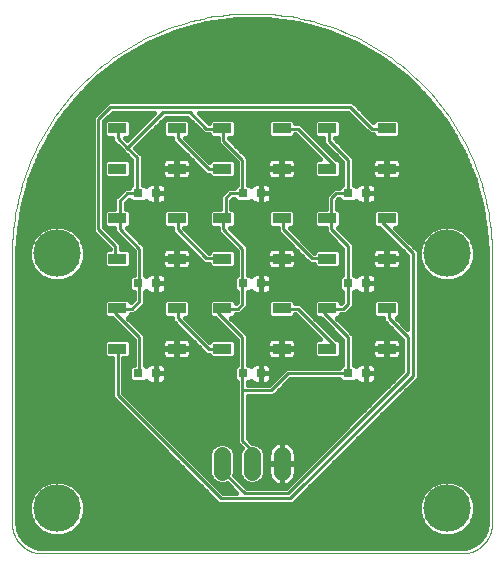
<source format=gtl>
G75*
%MOIN*%
%OFA0B0*%
%FSLAX25Y25*%
%IPPOS*%
%LPD*%
%AMOC8*
5,1,8,0,0,1.08239X$1,22.5*
%
%ADD10R,0.03150X0.03150*%
%ADD11R,0.05906X0.03543*%
%ADD12C,0.05543*%
%ADD13C,0.00000*%
%ADD14C,0.15811*%
%ADD15C,0.01600*%
%ADD16C,0.01000*%
D10*
X0048847Y0084006D03*
X0054753Y0084006D03*
X0054753Y0114006D03*
X0048847Y0114006D03*
X0048847Y0144006D03*
X0054753Y0144006D03*
X0083847Y0144006D03*
X0089753Y0144006D03*
X0089753Y0114006D03*
X0083847Y0114006D03*
X0083847Y0084006D03*
X0089753Y0084006D03*
X0118847Y0084006D03*
X0124753Y0084006D03*
X0124753Y0114006D03*
X0118847Y0114006D03*
X0118847Y0144006D03*
X0124753Y0144006D03*
D11*
X0131643Y0152313D03*
X0131643Y0165699D03*
X0111957Y0165699D03*
X0111957Y0152313D03*
X0111957Y0135699D03*
X0111957Y0122313D03*
X0111957Y0105699D03*
X0111957Y0092313D03*
X0096643Y0092313D03*
X0096643Y0105699D03*
X0096643Y0122313D03*
X0096643Y0135699D03*
X0096643Y0152313D03*
X0096643Y0165699D03*
X0076957Y0165699D03*
X0076957Y0152313D03*
X0076957Y0135699D03*
X0076957Y0122313D03*
X0076957Y0105699D03*
X0076957Y0092313D03*
X0061643Y0092313D03*
X0061643Y0105699D03*
X0061643Y0122313D03*
X0061643Y0135699D03*
X0061643Y0152313D03*
X0061643Y0165699D03*
X0041957Y0165699D03*
X0041957Y0152313D03*
X0041957Y0135699D03*
X0041957Y0122313D03*
X0041957Y0105699D03*
X0041957Y0092313D03*
X0131643Y0092313D03*
X0131643Y0105699D03*
X0131643Y0122313D03*
X0131643Y0135699D03*
D12*
X0096800Y0056778D02*
X0096800Y0051234D01*
X0086800Y0051234D02*
X0086800Y0056778D01*
X0076800Y0056778D02*
X0076800Y0051234D01*
D13*
X0016800Y0024006D02*
X0156800Y0024006D01*
X0157042Y0024009D01*
X0157283Y0024018D01*
X0157524Y0024032D01*
X0157765Y0024053D01*
X0158005Y0024079D01*
X0158245Y0024111D01*
X0158484Y0024149D01*
X0158721Y0024192D01*
X0158958Y0024242D01*
X0159193Y0024297D01*
X0159427Y0024357D01*
X0159659Y0024424D01*
X0159890Y0024495D01*
X0160119Y0024573D01*
X0160346Y0024656D01*
X0160571Y0024744D01*
X0160794Y0024838D01*
X0161014Y0024937D01*
X0161232Y0025042D01*
X0161447Y0025151D01*
X0161660Y0025266D01*
X0161870Y0025386D01*
X0162076Y0025511D01*
X0162280Y0025641D01*
X0162481Y0025776D01*
X0162678Y0025916D01*
X0162872Y0026060D01*
X0163062Y0026209D01*
X0163248Y0026363D01*
X0163431Y0026521D01*
X0163610Y0026683D01*
X0163785Y0026850D01*
X0163956Y0027021D01*
X0164123Y0027196D01*
X0164285Y0027375D01*
X0164443Y0027558D01*
X0164597Y0027744D01*
X0164746Y0027934D01*
X0164890Y0028128D01*
X0165030Y0028325D01*
X0165165Y0028526D01*
X0165295Y0028730D01*
X0165420Y0028936D01*
X0165540Y0029146D01*
X0165655Y0029359D01*
X0165764Y0029574D01*
X0165869Y0029792D01*
X0165968Y0030012D01*
X0166062Y0030235D01*
X0166150Y0030460D01*
X0166233Y0030687D01*
X0166311Y0030916D01*
X0166382Y0031147D01*
X0166449Y0031379D01*
X0166509Y0031613D01*
X0166564Y0031848D01*
X0166614Y0032085D01*
X0166657Y0032322D01*
X0166695Y0032561D01*
X0166727Y0032801D01*
X0166753Y0033041D01*
X0166774Y0033282D01*
X0166788Y0033523D01*
X0166797Y0033764D01*
X0166800Y0034006D01*
X0166800Y0124006D01*
X0166776Y0125954D01*
X0166705Y0127901D01*
X0166587Y0129846D01*
X0166421Y0131787D01*
X0166208Y0133723D01*
X0165947Y0135654D01*
X0165640Y0137578D01*
X0165286Y0139494D01*
X0164886Y0141400D01*
X0164439Y0143297D01*
X0163947Y0145182D01*
X0163408Y0147054D01*
X0162824Y0148913D01*
X0162195Y0150756D01*
X0161521Y0152584D01*
X0160803Y0154396D01*
X0160041Y0156189D01*
X0159236Y0157963D01*
X0158388Y0159716D01*
X0157497Y0161449D01*
X0156564Y0163159D01*
X0155590Y0164847D01*
X0154575Y0166510D01*
X0153520Y0168147D01*
X0152425Y0169759D01*
X0151292Y0171343D01*
X0150120Y0172900D01*
X0148910Y0174427D01*
X0147664Y0175925D01*
X0146382Y0177392D01*
X0145064Y0178827D01*
X0143712Y0180229D01*
X0142326Y0181598D01*
X0140907Y0182933D01*
X0139456Y0184233D01*
X0137974Y0185498D01*
X0136461Y0186726D01*
X0134919Y0187916D01*
X0133349Y0189069D01*
X0131751Y0190183D01*
X0130126Y0191258D01*
X0128475Y0192293D01*
X0126800Y0193288D01*
X0125101Y0194242D01*
X0123379Y0195153D01*
X0121636Y0196023D01*
X0119872Y0196850D01*
X0118088Y0197634D01*
X0116286Y0198374D01*
X0114467Y0199070D01*
X0112630Y0199721D01*
X0110779Y0200328D01*
X0108913Y0200889D01*
X0107035Y0201405D01*
X0105144Y0201874D01*
X0103242Y0202298D01*
X0101331Y0202675D01*
X0099411Y0203006D01*
X0097483Y0203289D01*
X0095550Y0203526D01*
X0093611Y0203716D01*
X0091668Y0203858D01*
X0089722Y0203953D01*
X0087774Y0204000D01*
X0085826Y0204000D01*
X0083878Y0203953D01*
X0081932Y0203858D01*
X0079989Y0203716D01*
X0078050Y0203526D01*
X0076117Y0203289D01*
X0074189Y0203006D01*
X0072269Y0202675D01*
X0070358Y0202298D01*
X0068456Y0201874D01*
X0066565Y0201405D01*
X0064687Y0200889D01*
X0062821Y0200328D01*
X0060970Y0199721D01*
X0059133Y0199070D01*
X0057314Y0198374D01*
X0055512Y0197634D01*
X0053728Y0196850D01*
X0051964Y0196023D01*
X0050221Y0195153D01*
X0048499Y0194242D01*
X0046800Y0193288D01*
X0045125Y0192293D01*
X0043474Y0191258D01*
X0041849Y0190183D01*
X0040251Y0189069D01*
X0038681Y0187916D01*
X0037139Y0186726D01*
X0035626Y0185498D01*
X0034144Y0184233D01*
X0032693Y0182933D01*
X0031274Y0181598D01*
X0029888Y0180229D01*
X0028536Y0178827D01*
X0027218Y0177392D01*
X0025936Y0175925D01*
X0024690Y0174427D01*
X0023480Y0172900D01*
X0022308Y0171343D01*
X0021175Y0169759D01*
X0020080Y0168147D01*
X0019025Y0166510D01*
X0018010Y0164847D01*
X0017036Y0163159D01*
X0016103Y0161449D01*
X0015212Y0159716D01*
X0014364Y0157963D01*
X0013559Y0156189D01*
X0012797Y0154396D01*
X0012079Y0152584D01*
X0011405Y0150756D01*
X0010776Y0148913D01*
X0010192Y0147054D01*
X0009653Y0145182D01*
X0009161Y0143297D01*
X0008714Y0141400D01*
X0008314Y0139494D01*
X0007960Y0137578D01*
X0007653Y0135654D01*
X0007392Y0133723D01*
X0007179Y0131787D01*
X0007013Y0129846D01*
X0006895Y0127901D01*
X0006824Y0125954D01*
X0006800Y0124006D01*
X0006800Y0034006D01*
X0006803Y0033764D01*
X0006812Y0033523D01*
X0006826Y0033282D01*
X0006847Y0033041D01*
X0006873Y0032801D01*
X0006905Y0032561D01*
X0006943Y0032322D01*
X0006986Y0032085D01*
X0007036Y0031848D01*
X0007091Y0031613D01*
X0007151Y0031379D01*
X0007218Y0031147D01*
X0007289Y0030916D01*
X0007367Y0030687D01*
X0007450Y0030460D01*
X0007538Y0030235D01*
X0007632Y0030012D01*
X0007731Y0029792D01*
X0007836Y0029574D01*
X0007945Y0029359D01*
X0008060Y0029146D01*
X0008180Y0028936D01*
X0008305Y0028730D01*
X0008435Y0028526D01*
X0008570Y0028325D01*
X0008710Y0028128D01*
X0008854Y0027934D01*
X0009003Y0027744D01*
X0009157Y0027558D01*
X0009315Y0027375D01*
X0009477Y0027196D01*
X0009644Y0027021D01*
X0009815Y0026850D01*
X0009990Y0026683D01*
X0010169Y0026521D01*
X0010352Y0026363D01*
X0010538Y0026209D01*
X0010728Y0026060D01*
X0010922Y0025916D01*
X0011119Y0025776D01*
X0011320Y0025641D01*
X0011524Y0025511D01*
X0011730Y0025386D01*
X0011940Y0025266D01*
X0012153Y0025151D01*
X0012368Y0025042D01*
X0012586Y0024937D01*
X0012806Y0024838D01*
X0013029Y0024744D01*
X0013254Y0024656D01*
X0013481Y0024573D01*
X0013710Y0024495D01*
X0013941Y0024424D01*
X0014173Y0024357D01*
X0014407Y0024297D01*
X0014642Y0024242D01*
X0014879Y0024192D01*
X0015116Y0024149D01*
X0015355Y0024111D01*
X0015595Y0024079D01*
X0015835Y0024053D01*
X0016076Y0024032D01*
X0016317Y0024018D01*
X0016558Y0024009D01*
X0016800Y0024006D01*
D14*
X0021800Y0039006D03*
X0021800Y0124006D03*
X0151800Y0124006D03*
X0151800Y0039006D03*
D15*
X0157953Y0031998D02*
X0164664Y0031998D01*
X0164899Y0032723D02*
X0164106Y0030283D01*
X0162598Y0028208D01*
X0160523Y0026700D01*
X0158083Y0025907D01*
X0156800Y0025806D01*
X0016800Y0025806D01*
X0015517Y0025907D01*
X0013077Y0026700D01*
X0011002Y0028208D01*
X0009494Y0030283D01*
X0008701Y0032723D01*
X0008600Y0034006D01*
X0008600Y0034601D01*
X0008600Y0124006D01*
X0008767Y0129120D01*
X0008767Y0129120D01*
X0010103Y0139262D01*
X0012750Y0149142D01*
X0016665Y0158593D01*
X0021779Y0167451D01*
X0028006Y0175567D01*
X0035239Y0182800D01*
X0043354Y0189027D01*
X0052213Y0194141D01*
X0061663Y0198056D01*
X0071544Y0200703D01*
X0081685Y0202038D01*
X0091915Y0202038D01*
X0102056Y0200703D01*
X0111937Y0198056D01*
X0121387Y0194141D01*
X0130246Y0189027D01*
X0138361Y0182800D01*
X0145594Y0175567D01*
X0151821Y0167451D01*
X0156935Y0158593D01*
X0160850Y0149142D01*
X0163497Y0139262D01*
X0164833Y0129120D01*
X0165000Y0124006D01*
X0165000Y0034006D01*
X0164899Y0032723D01*
X0164968Y0033597D02*
X0159551Y0033597D01*
X0159689Y0033735D02*
X0157071Y0031117D01*
X0153651Y0029700D01*
X0149949Y0029700D01*
X0146529Y0031117D01*
X0143911Y0033735D01*
X0142494Y0037155D01*
X0142494Y0040857D01*
X0143911Y0044277D01*
X0146529Y0046895D01*
X0149949Y0048311D01*
X0153651Y0048311D01*
X0157071Y0046895D01*
X0159689Y0044277D01*
X0161105Y0040857D01*
X0161105Y0037155D01*
X0159689Y0033735D01*
X0160294Y0035195D02*
X0165000Y0035195D01*
X0165000Y0036794D02*
X0160956Y0036794D01*
X0161105Y0038393D02*
X0165000Y0038393D01*
X0165000Y0039991D02*
X0161105Y0039991D01*
X0160802Y0041590D02*
X0165000Y0041590D01*
X0165000Y0043188D02*
X0160140Y0043188D01*
X0159179Y0044787D02*
X0165000Y0044787D01*
X0165000Y0046385D02*
X0157581Y0046385D01*
X0154442Y0047984D02*
X0165000Y0047984D01*
X0165000Y0049582D02*
X0109463Y0049582D01*
X0107865Y0047984D02*
X0149158Y0047984D01*
X0146019Y0046385D02*
X0106266Y0046385D01*
X0104668Y0044787D02*
X0144421Y0044787D01*
X0143460Y0043188D02*
X0103069Y0043188D01*
X0101471Y0041590D02*
X0142798Y0041590D01*
X0142494Y0039991D02*
X0031105Y0039991D01*
X0031105Y0040857D02*
X0031105Y0037155D01*
X0029689Y0033735D01*
X0027071Y0031117D01*
X0023651Y0029700D01*
X0019949Y0029700D01*
X0016529Y0031117D01*
X0013911Y0033735D01*
X0012494Y0037155D01*
X0012494Y0040857D01*
X0013911Y0044277D01*
X0016529Y0046895D01*
X0019949Y0048311D01*
X0023651Y0048311D01*
X0027071Y0046895D01*
X0029689Y0044277D01*
X0031105Y0040857D01*
X0030802Y0041590D02*
X0074529Y0041590D01*
X0074500Y0041619D02*
X0075613Y0040506D01*
X0100387Y0040506D01*
X0141187Y0081306D01*
X0142300Y0082419D01*
X0142300Y0124793D01*
X0134566Y0132527D01*
X0135175Y0132527D01*
X0135995Y0133347D01*
X0135995Y0138050D01*
X0135175Y0138870D01*
X0128110Y0138870D01*
X0127290Y0138050D01*
X0127290Y0133347D01*
X0128110Y0132527D01*
X0129192Y0132527D01*
X0129213Y0132506D01*
X0138500Y0123219D01*
X0138500Y0098993D01*
X0134966Y0102527D01*
X0135175Y0102527D01*
X0135995Y0103347D01*
X0135995Y0108050D01*
X0135175Y0108870D01*
X0128110Y0108870D01*
X0127290Y0108050D01*
X0127290Y0103347D01*
X0128110Y0102527D01*
X0130500Y0102527D01*
X0130500Y0101619D01*
X0136900Y0095219D01*
X0136900Y0084793D01*
X0098013Y0045906D01*
X0085187Y0045906D01*
X0080889Y0050204D01*
X0080972Y0050404D01*
X0080972Y0057607D01*
X0080337Y0059141D01*
X0079163Y0060314D01*
X0077630Y0060949D01*
X0075970Y0060949D01*
X0074437Y0060314D01*
X0073263Y0059141D01*
X0072628Y0057607D01*
X0072628Y0050404D01*
X0073263Y0048871D01*
X0074437Y0047698D01*
X0075970Y0047063D01*
X0077630Y0047063D01*
X0078356Y0047363D01*
X0081413Y0044306D01*
X0077187Y0044306D01*
X0043900Y0077593D01*
X0043900Y0089141D01*
X0045490Y0089141D01*
X0046310Y0089961D01*
X0046310Y0094665D01*
X0045490Y0095485D01*
X0038425Y0095485D01*
X0037605Y0094665D01*
X0037605Y0089961D01*
X0038425Y0089141D01*
X0040100Y0089141D01*
X0040100Y0076019D01*
X0074500Y0041619D01*
X0072931Y0043188D02*
X0030140Y0043188D01*
X0029179Y0044787D02*
X0071332Y0044787D01*
X0069734Y0046385D02*
X0027581Y0046385D01*
X0024442Y0047984D02*
X0068135Y0047984D01*
X0066537Y0049582D02*
X0008600Y0049582D01*
X0008600Y0047984D02*
X0019158Y0047984D01*
X0016019Y0046385D02*
X0008600Y0046385D01*
X0008600Y0044787D02*
X0014421Y0044787D01*
X0013460Y0043188D02*
X0008600Y0043188D01*
X0008600Y0041590D02*
X0012798Y0041590D01*
X0012494Y0039991D02*
X0008600Y0039991D01*
X0008600Y0038393D02*
X0012494Y0038393D01*
X0012644Y0036794D02*
X0008600Y0036794D01*
X0008600Y0035195D02*
X0013306Y0035195D01*
X0014049Y0033597D02*
X0008632Y0033597D01*
X0008936Y0031998D02*
X0015647Y0031998D01*
X0018260Y0030400D02*
X0009456Y0030400D01*
X0010570Y0028801D02*
X0163030Y0028801D01*
X0164144Y0030400D02*
X0155340Y0030400D01*
X0161215Y0027203D02*
X0012385Y0027203D01*
X0025340Y0030400D02*
X0148260Y0030400D01*
X0145647Y0031998D02*
X0027953Y0031998D01*
X0029551Y0033597D02*
X0144049Y0033597D01*
X0143306Y0035195D02*
X0030294Y0035195D01*
X0030956Y0036794D02*
X0142644Y0036794D01*
X0142494Y0038393D02*
X0031105Y0038393D01*
X0008600Y0051181D02*
X0064938Y0051181D01*
X0063340Y0052779D02*
X0008600Y0052779D01*
X0008600Y0054378D02*
X0061741Y0054378D01*
X0060143Y0055976D02*
X0008600Y0055976D01*
X0008600Y0057575D02*
X0058544Y0057575D01*
X0056946Y0059173D02*
X0008600Y0059173D01*
X0008600Y0060772D02*
X0055347Y0060772D01*
X0053749Y0062370D02*
X0008600Y0062370D01*
X0008600Y0063969D02*
X0052150Y0063969D01*
X0050552Y0065567D02*
X0008600Y0065567D01*
X0008600Y0067166D02*
X0048953Y0067166D01*
X0047355Y0068764D02*
X0008600Y0068764D01*
X0008600Y0070363D02*
X0045756Y0070363D01*
X0044158Y0071961D02*
X0008600Y0071961D01*
X0008600Y0073560D02*
X0042559Y0073560D01*
X0040961Y0075158D02*
X0008600Y0075158D01*
X0008600Y0076757D02*
X0040100Y0076757D01*
X0040100Y0078355D02*
X0008600Y0078355D01*
X0008600Y0079954D02*
X0040100Y0079954D01*
X0040100Y0081552D02*
X0008600Y0081552D01*
X0008600Y0083151D02*
X0040100Y0083151D01*
X0040100Y0084749D02*
X0008600Y0084749D01*
X0008600Y0086348D02*
X0040100Y0086348D01*
X0040100Y0087946D02*
X0008600Y0087946D01*
X0008600Y0089545D02*
X0038021Y0089545D01*
X0037605Y0091143D02*
X0008600Y0091143D01*
X0008600Y0092742D02*
X0037605Y0092742D01*
X0037605Y0094340D02*
X0008600Y0094340D01*
X0008600Y0095939D02*
X0046580Y0095939D01*
X0047300Y0095219D02*
X0047300Y0086981D01*
X0046693Y0086981D01*
X0045872Y0086161D01*
X0045872Y0081851D01*
X0046693Y0081031D01*
X0051002Y0081031D01*
X0051576Y0081605D01*
X0051738Y0081326D01*
X0052073Y0080991D01*
X0052483Y0080754D01*
X0052941Y0080631D01*
X0054753Y0080631D01*
X0056565Y0080631D01*
X0057022Y0080754D01*
X0057433Y0080991D01*
X0057768Y0081326D01*
X0058005Y0081736D01*
X0058128Y0082194D01*
X0058128Y0084006D01*
X0058128Y0085818D01*
X0058005Y0086275D01*
X0057768Y0086686D01*
X0057433Y0087021D01*
X0057022Y0087258D01*
X0056565Y0087381D01*
X0054753Y0087381D01*
X0054753Y0084006D01*
X0058128Y0084006D01*
X0054753Y0084006D01*
X0054753Y0084006D01*
X0054753Y0084006D01*
X0054753Y0080631D01*
X0054753Y0084006D01*
X0054753Y0084006D01*
X0054753Y0087381D01*
X0052941Y0087381D01*
X0052483Y0087258D01*
X0052073Y0087021D01*
X0051738Y0086686D01*
X0051576Y0086406D01*
X0051100Y0086883D01*
X0051100Y0096793D01*
X0045366Y0102527D01*
X0045490Y0102527D01*
X0046310Y0103347D01*
X0046310Y0103706D01*
X0047587Y0103706D01*
X0048700Y0104819D01*
X0051100Y0107219D01*
X0051100Y0111129D01*
X0051576Y0111605D01*
X0051738Y0111326D01*
X0052073Y0110991D01*
X0052483Y0110754D01*
X0052941Y0110631D01*
X0054753Y0110631D01*
X0056565Y0110631D01*
X0057022Y0110754D01*
X0057433Y0110991D01*
X0057768Y0111326D01*
X0058005Y0111736D01*
X0058128Y0112194D01*
X0058128Y0114006D01*
X0058128Y0115818D01*
X0058005Y0116275D01*
X0057768Y0116686D01*
X0057433Y0117021D01*
X0057022Y0117258D01*
X0056565Y0117381D01*
X0054753Y0117381D01*
X0054753Y0114006D01*
X0058128Y0114006D01*
X0054753Y0114006D01*
X0054753Y0114006D01*
X0054753Y0114006D01*
X0054753Y0110631D01*
X0054753Y0114006D01*
X0054753Y0114006D01*
X0054753Y0117381D01*
X0052941Y0117381D01*
X0052483Y0117258D01*
X0052073Y0117021D01*
X0051738Y0116686D01*
X0051576Y0116406D01*
X0051100Y0116883D01*
X0051100Y0126393D01*
X0044966Y0132527D01*
X0045490Y0132527D01*
X0046310Y0133347D01*
X0046310Y0138050D01*
X0045490Y0138870D01*
X0044700Y0138870D01*
X0044700Y0140819D01*
X0045872Y0141991D01*
X0045872Y0141851D01*
X0046693Y0141031D01*
X0051002Y0141031D01*
X0051576Y0141605D01*
X0051738Y0141326D01*
X0052073Y0140991D01*
X0052483Y0140754D01*
X0052941Y0140631D01*
X0054753Y0140631D01*
X0056565Y0140631D01*
X0057022Y0140754D01*
X0057433Y0140991D01*
X0057768Y0141326D01*
X0058005Y0141736D01*
X0058128Y0142194D01*
X0058128Y0144006D01*
X0058128Y0145818D01*
X0058005Y0146275D01*
X0057768Y0146686D01*
X0057433Y0147021D01*
X0057022Y0147258D01*
X0056565Y0147381D01*
X0054753Y0147381D01*
X0054753Y0144006D01*
X0058128Y0144006D01*
X0054753Y0144006D01*
X0054753Y0144006D01*
X0054753Y0144006D01*
X0054753Y0140631D01*
X0054753Y0144006D01*
X0054753Y0144006D01*
X0054753Y0147381D01*
X0052941Y0147381D01*
X0052483Y0147258D01*
X0052073Y0147021D01*
X0051738Y0146686D01*
X0051576Y0146406D01*
X0051002Y0146981D01*
X0050300Y0146981D01*
X0050300Y0156793D01*
X0049187Y0157906D01*
X0047887Y0159206D01*
X0057987Y0169306D01*
X0065213Y0169306D01*
X0069700Y0164819D01*
X0070813Y0163706D01*
X0072605Y0163706D01*
X0072605Y0163347D01*
X0073425Y0162527D01*
X0075300Y0162527D01*
X0075300Y0160819D01*
X0081700Y0154419D01*
X0081700Y0146981D01*
X0081693Y0146981D01*
X0080872Y0146161D01*
X0080872Y0145906D01*
X0078813Y0145906D01*
X0077213Y0144306D01*
X0076100Y0143193D01*
X0076100Y0138870D01*
X0073425Y0138870D01*
X0072605Y0138050D01*
X0072605Y0133347D01*
X0073425Y0132527D01*
X0075300Y0132527D01*
X0075300Y0131219D01*
X0081700Y0124819D01*
X0081700Y0116981D01*
X0081693Y0116981D01*
X0080872Y0116161D01*
X0080872Y0111851D01*
X0081693Y0111031D01*
X0081700Y0111031D01*
X0081700Y0107993D01*
X0081310Y0107603D01*
X0081310Y0108050D01*
X0080490Y0108870D01*
X0073425Y0108870D01*
X0072605Y0108050D01*
X0072605Y0103347D01*
X0073425Y0102527D01*
X0074392Y0102527D01*
X0074813Y0102106D01*
X0081700Y0095219D01*
X0081700Y0086981D01*
X0081693Y0086981D01*
X0080872Y0086161D01*
X0080872Y0081851D01*
X0081693Y0081031D01*
X0081700Y0081031D01*
X0081700Y0060819D01*
X0082813Y0059706D01*
X0083321Y0059198D01*
X0083263Y0059141D01*
X0082628Y0057607D01*
X0082628Y0050404D01*
X0083263Y0048871D01*
X0084437Y0047698D01*
X0085970Y0047063D01*
X0087630Y0047063D01*
X0089163Y0047698D01*
X0090337Y0048871D01*
X0090972Y0050404D01*
X0090972Y0057607D01*
X0090337Y0059141D01*
X0089163Y0060314D01*
X0087630Y0060949D01*
X0086944Y0060949D01*
X0085500Y0062393D01*
X0085500Y0076506D01*
X0093987Y0076506D01*
X0095100Y0077619D01*
X0099587Y0082106D01*
X0115872Y0082106D01*
X0115872Y0081851D01*
X0116693Y0081031D01*
X0121002Y0081031D01*
X0121576Y0081605D01*
X0121738Y0081326D01*
X0122073Y0080991D01*
X0122483Y0080754D01*
X0122941Y0080631D01*
X0124753Y0080631D01*
X0126565Y0080631D01*
X0127022Y0080754D01*
X0127433Y0080991D01*
X0127768Y0081326D01*
X0128005Y0081736D01*
X0128128Y0082194D01*
X0128128Y0084006D01*
X0128128Y0085818D01*
X0128005Y0086275D01*
X0127768Y0086686D01*
X0127433Y0087021D01*
X0127022Y0087258D01*
X0126565Y0087381D01*
X0124753Y0087381D01*
X0124753Y0084006D01*
X0128128Y0084006D01*
X0124753Y0084006D01*
X0124753Y0084006D01*
X0124753Y0084006D01*
X0124753Y0080631D01*
X0124753Y0084006D01*
X0124753Y0084006D01*
X0124753Y0087381D01*
X0122941Y0087381D01*
X0122483Y0087258D01*
X0122073Y0087021D01*
X0121738Y0086686D01*
X0121576Y0086406D01*
X0121002Y0086981D01*
X0120700Y0086981D01*
X0120700Y0096793D01*
X0114966Y0102527D01*
X0115490Y0102527D01*
X0116310Y0103347D01*
X0116310Y0103706D01*
X0117987Y0103706D01*
X0119100Y0104819D01*
X0120700Y0106419D01*
X0120700Y0111031D01*
X0121002Y0111031D01*
X0121576Y0111605D01*
X0121738Y0111326D01*
X0122073Y0110991D01*
X0122483Y0110754D01*
X0122941Y0110631D01*
X0124753Y0110631D01*
X0126565Y0110631D01*
X0127022Y0110754D01*
X0127433Y0110991D01*
X0127768Y0111326D01*
X0128005Y0111736D01*
X0128128Y0112194D01*
X0128128Y0114006D01*
X0128128Y0115818D01*
X0128005Y0116275D01*
X0127768Y0116686D01*
X0127433Y0117021D01*
X0127022Y0117258D01*
X0126565Y0117381D01*
X0124753Y0117381D01*
X0124753Y0114006D01*
X0128128Y0114006D01*
X0124753Y0114006D01*
X0124753Y0114006D01*
X0124753Y0114006D01*
X0124753Y0110631D01*
X0124753Y0114006D01*
X0124753Y0114006D01*
X0124753Y0117381D01*
X0122941Y0117381D01*
X0122483Y0117258D01*
X0122073Y0117021D01*
X0121738Y0116686D01*
X0121576Y0116406D01*
X0121002Y0116981D01*
X0120700Y0116981D01*
X0120700Y0127193D01*
X0115366Y0132527D01*
X0115490Y0132527D01*
X0116310Y0133347D01*
X0116310Y0138050D01*
X0115490Y0138870D01*
X0115100Y0138870D01*
X0115100Y0141619D01*
X0115587Y0142106D01*
X0115872Y0142106D01*
X0115872Y0141851D01*
X0116693Y0141031D01*
X0121002Y0141031D01*
X0121576Y0141605D01*
X0121738Y0141326D01*
X0122073Y0140991D01*
X0122483Y0140754D01*
X0122941Y0140631D01*
X0124753Y0140631D01*
X0126565Y0140631D01*
X0127022Y0140754D01*
X0127433Y0140991D01*
X0127768Y0141326D01*
X0128005Y0141736D01*
X0128128Y0142194D01*
X0128128Y0144006D01*
X0128128Y0145818D01*
X0128005Y0146275D01*
X0127768Y0146686D01*
X0127433Y0147021D01*
X0127022Y0147258D01*
X0126565Y0147381D01*
X0124753Y0147381D01*
X0124753Y0144006D01*
X0128128Y0144006D01*
X0124753Y0144006D01*
X0124753Y0144006D01*
X0124753Y0144006D01*
X0124753Y0140631D01*
X0124753Y0144006D01*
X0124753Y0144006D01*
X0124753Y0147381D01*
X0122941Y0147381D01*
X0122483Y0147258D01*
X0122073Y0147021D01*
X0121738Y0146686D01*
X0121576Y0146406D01*
X0121002Y0146981D01*
X0120700Y0146981D01*
X0120700Y0155993D01*
X0119587Y0157106D01*
X0114300Y0162393D01*
X0114300Y0162527D01*
X0115490Y0162527D01*
X0116310Y0163347D01*
X0116310Y0168050D01*
X0115490Y0168870D01*
X0108425Y0168870D01*
X0107605Y0168050D01*
X0107605Y0163347D01*
X0108425Y0162527D01*
X0110500Y0162527D01*
X0110500Y0160819D01*
X0116900Y0154419D01*
X0116900Y0146981D01*
X0116693Y0146981D01*
X0115872Y0146161D01*
X0115872Y0145906D01*
X0114013Y0145906D01*
X0112413Y0144306D01*
X0111300Y0143193D01*
X0111300Y0138870D01*
X0108425Y0138870D01*
X0107605Y0138050D01*
X0107605Y0133347D01*
X0108425Y0132527D01*
X0111300Y0132527D01*
X0111300Y0131219D01*
X0112413Y0130106D01*
X0116900Y0125619D01*
X0116900Y0116981D01*
X0116693Y0116981D01*
X0115872Y0116161D01*
X0115872Y0111851D01*
X0116693Y0111031D01*
X0116900Y0111031D01*
X0116900Y0107993D01*
X0116413Y0107506D01*
X0116310Y0107506D01*
X0116310Y0108050D01*
X0115490Y0108870D01*
X0108425Y0108870D01*
X0107605Y0108050D01*
X0107605Y0103347D01*
X0108425Y0102527D01*
X0109592Y0102527D01*
X0110013Y0102106D01*
X0116900Y0095219D01*
X0116900Y0086981D01*
X0116693Y0086981D01*
X0115872Y0086161D01*
X0115872Y0085906D01*
X0098013Y0085906D01*
X0092413Y0080306D01*
X0085500Y0080306D01*
X0085500Y0081031D01*
X0086002Y0081031D01*
X0086576Y0081605D01*
X0086738Y0081326D01*
X0087073Y0080991D01*
X0087483Y0080754D01*
X0087941Y0080631D01*
X0089753Y0080631D01*
X0091565Y0080631D01*
X0092022Y0080754D01*
X0092433Y0080991D01*
X0092768Y0081326D01*
X0093005Y0081736D01*
X0093128Y0082194D01*
X0093128Y0084006D01*
X0093128Y0085818D01*
X0093005Y0086275D01*
X0092768Y0086686D01*
X0092433Y0087021D01*
X0092022Y0087258D01*
X0091565Y0087381D01*
X0089753Y0087381D01*
X0089753Y0084006D01*
X0093128Y0084006D01*
X0089753Y0084006D01*
X0089753Y0084006D01*
X0089753Y0084006D01*
X0089753Y0080631D01*
X0089753Y0084006D01*
X0089753Y0084006D01*
X0089753Y0087381D01*
X0087941Y0087381D01*
X0087483Y0087258D01*
X0087073Y0087021D01*
X0086738Y0086686D01*
X0086576Y0086406D01*
X0086002Y0086981D01*
X0085500Y0086981D01*
X0085500Y0096793D01*
X0079766Y0102527D01*
X0080490Y0102527D01*
X0081310Y0103347D01*
X0081310Y0103706D01*
X0082787Y0103706D01*
X0083900Y0104819D01*
X0085500Y0106419D01*
X0085500Y0111031D01*
X0086002Y0111031D01*
X0086576Y0111605D01*
X0086738Y0111326D01*
X0087073Y0110991D01*
X0087483Y0110754D01*
X0087941Y0110631D01*
X0089753Y0110631D01*
X0091565Y0110631D01*
X0092022Y0110754D01*
X0092433Y0110991D01*
X0092768Y0111326D01*
X0093005Y0111736D01*
X0093128Y0112194D01*
X0093128Y0114006D01*
X0093128Y0115818D01*
X0093005Y0116275D01*
X0092768Y0116686D01*
X0092433Y0117021D01*
X0092022Y0117258D01*
X0091565Y0117381D01*
X0089753Y0117381D01*
X0089753Y0114006D01*
X0093128Y0114006D01*
X0089753Y0114006D01*
X0089753Y0114006D01*
X0089753Y0114006D01*
X0089753Y0110631D01*
X0089753Y0114006D01*
X0089753Y0114006D01*
X0089753Y0117381D01*
X0087941Y0117381D01*
X0087483Y0117258D01*
X0087073Y0117021D01*
X0086738Y0116686D01*
X0086576Y0116406D01*
X0086002Y0116981D01*
X0085500Y0116981D01*
X0085500Y0126393D01*
X0084387Y0127506D01*
X0079366Y0132527D01*
X0080490Y0132527D01*
X0081310Y0133347D01*
X0081310Y0138050D01*
X0080490Y0138870D01*
X0079900Y0138870D01*
X0079900Y0141619D01*
X0080387Y0142106D01*
X0080872Y0142106D01*
X0080872Y0141851D01*
X0081693Y0141031D01*
X0086002Y0141031D01*
X0086576Y0141605D01*
X0086738Y0141326D01*
X0087073Y0140991D01*
X0087483Y0140754D01*
X0087941Y0140631D01*
X0089753Y0140631D01*
X0091565Y0140631D01*
X0092022Y0140754D01*
X0092433Y0140991D01*
X0092768Y0141326D01*
X0093005Y0141736D01*
X0093128Y0142194D01*
X0093128Y0144006D01*
X0093128Y0145818D01*
X0093005Y0146275D01*
X0092768Y0146686D01*
X0092433Y0147021D01*
X0092022Y0147258D01*
X0091565Y0147381D01*
X0089753Y0147381D01*
X0089753Y0144006D01*
X0093128Y0144006D01*
X0089753Y0144006D01*
X0089753Y0144006D01*
X0089753Y0144006D01*
X0089753Y0140631D01*
X0089753Y0144006D01*
X0089753Y0144006D01*
X0089753Y0147381D01*
X0087941Y0147381D01*
X0087483Y0147258D01*
X0087073Y0147021D01*
X0086738Y0146686D01*
X0086576Y0146406D01*
X0086002Y0146981D01*
X0085500Y0146981D01*
X0085500Y0155993D01*
X0084387Y0157106D01*
X0079100Y0162393D01*
X0079100Y0162527D01*
X0080490Y0162527D01*
X0081310Y0163347D01*
X0081310Y0168050D01*
X0080490Y0168870D01*
X0073425Y0168870D01*
X0072605Y0168050D01*
X0072605Y0167506D01*
X0072387Y0167506D01*
X0068987Y0170906D01*
X0118813Y0170906D01*
X0124900Y0164819D01*
X0126013Y0163706D01*
X0127290Y0163706D01*
X0127290Y0163347D01*
X0128110Y0162527D01*
X0135175Y0162527D01*
X0135995Y0163347D01*
X0135995Y0168050D01*
X0135175Y0168870D01*
X0128110Y0168870D01*
X0127290Y0168050D01*
X0127290Y0167803D01*
X0120387Y0174706D01*
X0038813Y0174706D01*
X0037700Y0173593D01*
X0033700Y0169593D01*
X0033700Y0131219D01*
X0034813Y0130106D01*
X0039300Y0125619D01*
X0039300Y0125485D01*
X0038425Y0125485D01*
X0037605Y0124665D01*
X0037605Y0119961D01*
X0038425Y0119141D01*
X0045490Y0119141D01*
X0046310Y0119961D01*
X0046310Y0124665D01*
X0045490Y0125485D01*
X0043100Y0125485D01*
X0043100Y0127193D01*
X0037500Y0132793D01*
X0037500Y0168019D01*
X0040387Y0170906D01*
X0054213Y0170906D01*
X0045200Y0161893D01*
X0044566Y0162527D01*
X0045490Y0162527D01*
X0046310Y0163347D01*
X0046310Y0168050D01*
X0045490Y0168870D01*
X0038425Y0168870D01*
X0037605Y0168050D01*
X0037605Y0163347D01*
X0038425Y0162527D01*
X0040100Y0162527D01*
X0040100Y0161619D01*
X0043300Y0158419D01*
X0044413Y0157306D01*
X0046500Y0155219D01*
X0046500Y0146788D01*
X0045872Y0146161D01*
X0045872Y0145906D01*
X0044413Y0145906D01*
X0042013Y0143506D01*
X0040900Y0142393D01*
X0040900Y0138870D01*
X0038425Y0138870D01*
X0037605Y0138050D01*
X0037605Y0133347D01*
X0038425Y0132527D01*
X0040900Y0132527D01*
X0040900Y0131219D01*
X0042013Y0130106D01*
X0047300Y0124819D01*
X0047300Y0116981D01*
X0046693Y0116981D01*
X0045872Y0116161D01*
X0045872Y0111851D01*
X0046693Y0111031D01*
X0047300Y0111031D01*
X0047300Y0108793D01*
X0046310Y0107803D01*
X0046310Y0108050D01*
X0045490Y0108870D01*
X0038425Y0108870D01*
X0037605Y0108050D01*
X0037605Y0103347D01*
X0038425Y0102527D01*
X0039992Y0102527D01*
X0040413Y0102106D01*
X0047300Y0095219D01*
X0047300Y0094340D02*
X0046310Y0094340D01*
X0046310Y0092742D02*
X0047300Y0092742D01*
X0047300Y0091143D02*
X0046310Y0091143D01*
X0045894Y0089545D02*
X0047300Y0089545D01*
X0047300Y0087946D02*
X0043900Y0087946D01*
X0043900Y0086348D02*
X0046060Y0086348D01*
X0045872Y0084749D02*
X0043900Y0084749D01*
X0043900Y0083151D02*
X0045872Y0083151D01*
X0046171Y0081552D02*
X0043900Y0081552D01*
X0043900Y0079954D02*
X0081700Y0079954D01*
X0081700Y0078355D02*
X0043900Y0078355D01*
X0044736Y0076757D02*
X0081700Y0076757D01*
X0081700Y0075158D02*
X0046335Y0075158D01*
X0047933Y0073560D02*
X0081700Y0073560D01*
X0081700Y0071961D02*
X0049532Y0071961D01*
X0051130Y0070363D02*
X0081700Y0070363D01*
X0081700Y0068764D02*
X0052729Y0068764D01*
X0054327Y0067166D02*
X0081700Y0067166D01*
X0081700Y0065567D02*
X0055926Y0065567D01*
X0057524Y0063969D02*
X0081700Y0063969D01*
X0081700Y0062370D02*
X0059123Y0062370D01*
X0060721Y0060772D02*
X0075542Y0060772D01*
X0078058Y0060772D02*
X0081747Y0060772D01*
X0082813Y0059706D02*
X0082813Y0059706D01*
X0083296Y0059173D02*
X0080304Y0059173D01*
X0080972Y0057575D02*
X0082628Y0057575D01*
X0082628Y0055976D02*
X0080972Y0055976D01*
X0080972Y0054378D02*
X0082628Y0054378D01*
X0082628Y0052779D02*
X0080972Y0052779D01*
X0080972Y0051181D02*
X0082628Y0051181D01*
X0082969Y0049582D02*
X0081511Y0049582D01*
X0083109Y0047984D02*
X0084151Y0047984D01*
X0084708Y0046385D02*
X0098492Y0046385D01*
X0098555Y0046998D02*
X0099196Y0047324D01*
X0099778Y0047747D01*
X0100287Y0048256D01*
X0100710Y0048838D01*
X0101037Y0049479D01*
X0101259Y0050164D01*
X0101372Y0050874D01*
X0101372Y0053920D01*
X0096886Y0053920D01*
X0096886Y0054092D01*
X0096714Y0054092D01*
X0096714Y0061349D01*
X0096440Y0061349D01*
X0095729Y0061237D01*
X0095045Y0061014D01*
X0094404Y0060688D01*
X0093822Y0060265D01*
X0093313Y0059756D01*
X0092890Y0059174D01*
X0092563Y0058532D01*
X0092341Y0057848D01*
X0092228Y0057137D01*
X0092228Y0054092D01*
X0096714Y0054092D01*
X0096714Y0053920D01*
X0092228Y0053920D01*
X0092228Y0050874D01*
X0092341Y0050164D01*
X0092563Y0049479D01*
X0092890Y0048838D01*
X0093313Y0048256D01*
X0093822Y0047747D01*
X0094404Y0047324D01*
X0095045Y0046998D01*
X0095729Y0046775D01*
X0096440Y0046663D01*
X0096714Y0046663D01*
X0096714Y0053920D01*
X0096886Y0053920D01*
X0096886Y0046663D01*
X0097160Y0046663D01*
X0097871Y0046775D01*
X0098555Y0046998D01*
X0100015Y0047984D02*
X0100091Y0047984D01*
X0101070Y0049582D02*
X0101689Y0049582D01*
X0101372Y0051181D02*
X0103288Y0051181D01*
X0104886Y0052779D02*
X0101372Y0052779D01*
X0101372Y0054092D02*
X0101372Y0057137D01*
X0101259Y0057848D01*
X0101037Y0058532D01*
X0100710Y0059174D01*
X0100287Y0059756D01*
X0099778Y0060265D01*
X0099196Y0060688D01*
X0098555Y0061014D01*
X0097871Y0061237D01*
X0097160Y0061349D01*
X0096886Y0061349D01*
X0096886Y0054092D01*
X0101372Y0054092D01*
X0101372Y0054378D02*
X0106485Y0054378D01*
X0108083Y0055976D02*
X0101372Y0055976D01*
X0101302Y0057575D02*
X0109682Y0057575D01*
X0111280Y0059173D02*
X0100710Y0059173D01*
X0099031Y0060772D02*
X0112879Y0060772D01*
X0114477Y0062370D02*
X0085523Y0062370D01*
X0085500Y0063969D02*
X0116076Y0063969D01*
X0117674Y0065567D02*
X0085500Y0065567D01*
X0085500Y0067166D02*
X0119273Y0067166D01*
X0120871Y0068764D02*
X0085500Y0068764D01*
X0085500Y0070363D02*
X0122470Y0070363D01*
X0124068Y0071961D02*
X0085500Y0071961D01*
X0085500Y0073560D02*
X0125667Y0073560D01*
X0127265Y0075158D02*
X0085500Y0075158D01*
X0086523Y0081552D02*
X0086607Y0081552D01*
X0089753Y0081552D02*
X0089753Y0081552D01*
X0089753Y0083151D02*
X0089753Y0083151D01*
X0089753Y0084749D02*
X0089753Y0084749D01*
X0089753Y0086348D02*
X0089753Y0086348D01*
X0092963Y0086348D02*
X0116060Y0086348D01*
X0116900Y0087946D02*
X0085500Y0087946D01*
X0085500Y0089545D02*
X0092187Y0089545D01*
X0092249Y0089436D02*
X0092585Y0089101D01*
X0092995Y0088864D01*
X0093453Y0088741D01*
X0096557Y0088741D01*
X0096557Y0092227D01*
X0096728Y0092227D01*
X0096728Y0088741D01*
X0099832Y0088741D01*
X0100290Y0088864D01*
X0100700Y0089101D01*
X0101036Y0089436D01*
X0101273Y0089847D01*
X0101395Y0090304D01*
X0101395Y0092227D01*
X0096728Y0092227D01*
X0096728Y0092399D01*
X0096557Y0092399D01*
X0096557Y0095885D01*
X0093453Y0095885D01*
X0092995Y0095762D01*
X0092585Y0095525D01*
X0092249Y0095190D01*
X0092012Y0094779D01*
X0091890Y0094322D01*
X0091890Y0092399D01*
X0096557Y0092399D01*
X0096557Y0092227D01*
X0091890Y0092227D01*
X0091890Y0090304D01*
X0092012Y0089847D01*
X0092249Y0089436D01*
X0091890Y0091143D02*
X0085500Y0091143D01*
X0085500Y0092742D02*
X0091890Y0092742D01*
X0091895Y0094340D02*
X0085500Y0094340D01*
X0085500Y0095939D02*
X0108980Y0095939D01*
X0109434Y0095485D02*
X0108425Y0095485D01*
X0107605Y0094665D01*
X0107605Y0089961D01*
X0108425Y0089141D01*
X0115490Y0089141D01*
X0116310Y0089961D01*
X0116310Y0094665D01*
X0115490Y0095485D01*
X0114808Y0095485D01*
X0114787Y0095506D01*
X0102787Y0107506D01*
X0100995Y0107506D01*
X0100995Y0108050D01*
X0100175Y0108870D01*
X0093110Y0108870D01*
X0092290Y0108050D01*
X0092290Y0103347D01*
X0093110Y0102527D01*
X0100175Y0102527D01*
X0100995Y0103347D01*
X0100995Y0103706D01*
X0101213Y0103706D01*
X0109434Y0095485D01*
X0112755Y0097537D02*
X0114581Y0097537D01*
X0114354Y0095939D02*
X0116180Y0095939D01*
X0116310Y0094340D02*
X0116900Y0094340D01*
X0116900Y0092742D02*
X0116310Y0092742D01*
X0116310Y0091143D02*
X0116900Y0091143D01*
X0116900Y0089545D02*
X0115894Y0089545D01*
X0120700Y0089545D02*
X0127187Y0089545D01*
X0127249Y0089436D02*
X0127585Y0089101D01*
X0127995Y0088864D01*
X0128453Y0088741D01*
X0131557Y0088741D01*
X0131557Y0092227D01*
X0131728Y0092227D01*
X0131728Y0088741D01*
X0134832Y0088741D01*
X0135290Y0088864D01*
X0135700Y0089101D01*
X0136036Y0089436D01*
X0136273Y0089847D01*
X0136395Y0090304D01*
X0136395Y0092227D01*
X0131728Y0092227D01*
X0131728Y0092399D01*
X0131557Y0092399D01*
X0131557Y0095885D01*
X0128453Y0095885D01*
X0127995Y0095762D01*
X0127585Y0095525D01*
X0127249Y0095190D01*
X0127012Y0094779D01*
X0126890Y0094322D01*
X0126890Y0092399D01*
X0131557Y0092399D01*
X0131557Y0092227D01*
X0126890Y0092227D01*
X0126890Y0090304D01*
X0127012Y0089847D01*
X0127249Y0089436D01*
X0126890Y0091143D02*
X0120700Y0091143D01*
X0120700Y0092742D02*
X0126890Y0092742D01*
X0126895Y0094340D02*
X0120700Y0094340D01*
X0120700Y0095939D02*
X0136180Y0095939D01*
X0135700Y0095525D02*
X0135290Y0095762D01*
X0134832Y0095885D01*
X0131728Y0095885D01*
X0131728Y0092399D01*
X0136395Y0092399D01*
X0136395Y0094322D01*
X0136273Y0094779D01*
X0136036Y0095190D01*
X0135700Y0095525D01*
X0136390Y0094340D02*
X0136900Y0094340D01*
X0136900Y0092742D02*
X0136395Y0092742D01*
X0136395Y0091143D02*
X0136900Y0091143D01*
X0136900Y0089545D02*
X0136098Y0089545D01*
X0136900Y0087946D02*
X0120700Y0087946D01*
X0124753Y0086348D02*
X0124753Y0086348D01*
X0124753Y0084749D02*
X0124753Y0084749D01*
X0124753Y0083151D02*
X0124753Y0083151D01*
X0124753Y0081552D02*
X0124753Y0081552D01*
X0121607Y0081552D02*
X0121523Y0081552D01*
X0127899Y0081552D02*
X0133659Y0081552D01*
X0132061Y0079954D02*
X0097435Y0079954D01*
X0099033Y0081552D02*
X0116171Y0081552D01*
X0108021Y0089545D02*
X0101098Y0089545D01*
X0101395Y0091143D02*
X0107605Y0091143D01*
X0107605Y0092742D02*
X0101395Y0092742D01*
X0101395Y0092399D02*
X0101395Y0094322D01*
X0101273Y0094779D01*
X0101036Y0095190D01*
X0100700Y0095525D01*
X0100290Y0095762D01*
X0099832Y0095885D01*
X0096728Y0095885D01*
X0096728Y0092399D01*
X0101395Y0092399D01*
X0101390Y0094340D02*
X0107605Y0094340D01*
X0107381Y0097537D02*
X0084755Y0097537D01*
X0083157Y0099136D02*
X0105783Y0099136D01*
X0104184Y0100734D02*
X0081558Y0100734D01*
X0079960Y0102333D02*
X0102586Y0102333D01*
X0104763Y0105530D02*
X0107605Y0105530D01*
X0107605Y0107128D02*
X0103164Y0107128D01*
X0100319Y0108727D02*
X0108281Y0108727D01*
X0107605Y0103931D02*
X0106361Y0103931D01*
X0107960Y0102333D02*
X0109786Y0102333D01*
X0109558Y0100734D02*
X0111384Y0100734D01*
X0111157Y0099136D02*
X0112983Y0099136D01*
X0115160Y0102333D02*
X0130500Y0102333D01*
X0131384Y0100734D02*
X0116758Y0100734D01*
X0118357Y0099136D02*
X0132983Y0099136D01*
X0134581Y0097537D02*
X0119955Y0097537D01*
X0118213Y0103931D02*
X0127290Y0103931D01*
X0127290Y0105530D02*
X0119811Y0105530D01*
X0120700Y0107128D02*
X0127290Y0107128D01*
X0127966Y0108727D02*
X0120700Y0108727D01*
X0120700Y0110326D02*
X0138500Y0110326D01*
X0138500Y0111924D02*
X0128055Y0111924D01*
X0128128Y0113523D02*
X0138500Y0113523D01*
X0138500Y0115121D02*
X0128128Y0115121D01*
X0127734Y0116720D02*
X0138500Y0116720D01*
X0138500Y0118318D02*
X0120700Y0118318D01*
X0120700Y0119917D02*
X0126994Y0119917D01*
X0127012Y0119847D02*
X0127249Y0119436D01*
X0127585Y0119101D01*
X0127995Y0118864D01*
X0128453Y0118741D01*
X0131557Y0118741D01*
X0131557Y0122227D01*
X0131728Y0122227D01*
X0131728Y0118741D01*
X0134832Y0118741D01*
X0135290Y0118864D01*
X0135700Y0119101D01*
X0136036Y0119436D01*
X0136273Y0119847D01*
X0136395Y0120304D01*
X0136395Y0122227D01*
X0131728Y0122227D01*
X0131728Y0122399D01*
X0131557Y0122399D01*
X0131557Y0125885D01*
X0128453Y0125885D01*
X0127995Y0125762D01*
X0127585Y0125525D01*
X0127249Y0125190D01*
X0127012Y0124779D01*
X0126890Y0124322D01*
X0126890Y0122399D01*
X0131557Y0122399D01*
X0131557Y0122227D01*
X0126890Y0122227D01*
X0126890Y0120304D01*
X0127012Y0119847D01*
X0126890Y0121515D02*
X0120700Y0121515D01*
X0120700Y0123114D02*
X0126890Y0123114D01*
X0126994Y0124712D02*
X0120700Y0124712D01*
X0120700Y0126311D02*
X0135408Y0126311D01*
X0135290Y0125762D02*
X0135700Y0125525D01*
X0136036Y0125190D01*
X0136273Y0124779D01*
X0136395Y0124322D01*
X0136395Y0122399D01*
X0131728Y0122399D01*
X0131728Y0125885D01*
X0134832Y0125885D01*
X0135290Y0125762D01*
X0136291Y0124712D02*
X0137007Y0124712D01*
X0136395Y0123114D02*
X0138500Y0123114D01*
X0138500Y0121515D02*
X0136395Y0121515D01*
X0136291Y0119917D02*
X0138500Y0119917D01*
X0142300Y0119917D02*
X0143422Y0119917D01*
X0143911Y0118735D02*
X0146529Y0116117D01*
X0149949Y0114700D01*
X0153651Y0114700D01*
X0157071Y0116117D01*
X0159689Y0118735D01*
X0161105Y0122155D01*
X0161105Y0125857D01*
X0159689Y0129277D01*
X0157071Y0131895D01*
X0153651Y0133311D01*
X0149949Y0133311D01*
X0146529Y0131895D01*
X0143911Y0129277D01*
X0142494Y0125857D01*
X0142494Y0122155D01*
X0143911Y0118735D01*
X0144328Y0118318D02*
X0142300Y0118318D01*
X0142300Y0116720D02*
X0145926Y0116720D01*
X0148933Y0115121D02*
X0142300Y0115121D01*
X0142300Y0113523D02*
X0165000Y0113523D01*
X0165000Y0115121D02*
X0154667Y0115121D01*
X0157674Y0116720D02*
X0165000Y0116720D01*
X0165000Y0118318D02*
X0159272Y0118318D01*
X0160178Y0119917D02*
X0165000Y0119917D01*
X0165000Y0121515D02*
X0160840Y0121515D01*
X0161105Y0123114D02*
X0165000Y0123114D01*
X0164977Y0124712D02*
X0161105Y0124712D01*
X0160918Y0126311D02*
X0164925Y0126311D01*
X0164872Y0127909D02*
X0160255Y0127909D01*
X0159458Y0129508D02*
X0164782Y0129508D01*
X0164571Y0131106D02*
X0157860Y0131106D01*
X0155116Y0132705D02*
X0164361Y0132705D01*
X0164150Y0134303D02*
X0135995Y0134303D01*
X0135995Y0135902D02*
X0163940Y0135902D01*
X0163729Y0137500D02*
X0135995Y0137500D01*
X0135353Y0132705D02*
X0148484Y0132705D01*
X0145740Y0131106D02*
X0135987Y0131106D01*
X0137585Y0129508D02*
X0144142Y0129508D01*
X0143345Y0127909D02*
X0139184Y0127909D01*
X0140782Y0126311D02*
X0142682Y0126311D01*
X0142494Y0124712D02*
X0142300Y0124712D01*
X0142300Y0123114D02*
X0142494Y0123114D01*
X0142300Y0121515D02*
X0142759Y0121515D01*
X0142300Y0111924D02*
X0165000Y0111924D01*
X0165000Y0110326D02*
X0142300Y0110326D01*
X0142300Y0108727D02*
X0165000Y0108727D01*
X0165000Y0107128D02*
X0142300Y0107128D01*
X0142300Y0105530D02*
X0165000Y0105530D01*
X0165000Y0103931D02*
X0142300Y0103931D01*
X0142300Y0102333D02*
X0165000Y0102333D01*
X0165000Y0100734D02*
X0142300Y0100734D01*
X0142300Y0099136D02*
X0165000Y0099136D01*
X0165000Y0097537D02*
X0142300Y0097537D01*
X0142300Y0095939D02*
X0165000Y0095939D01*
X0165000Y0094340D02*
X0142300Y0094340D01*
X0142300Y0092742D02*
X0165000Y0092742D01*
X0165000Y0091143D02*
X0142300Y0091143D01*
X0142300Y0089545D02*
X0165000Y0089545D01*
X0165000Y0087946D02*
X0142300Y0087946D01*
X0142300Y0086348D02*
X0165000Y0086348D01*
X0165000Y0084749D02*
X0142300Y0084749D01*
X0142300Y0083151D02*
X0165000Y0083151D01*
X0165000Y0081552D02*
X0141433Y0081552D01*
X0139835Y0079954D02*
X0165000Y0079954D01*
X0165000Y0078355D02*
X0138236Y0078355D01*
X0136638Y0076757D02*
X0165000Y0076757D01*
X0165000Y0075158D02*
X0135039Y0075158D01*
X0133441Y0073560D02*
X0165000Y0073560D01*
X0165000Y0071961D02*
X0131842Y0071961D01*
X0130244Y0070363D02*
X0165000Y0070363D01*
X0165000Y0068764D02*
X0128645Y0068764D01*
X0127047Y0067166D02*
X0165000Y0067166D01*
X0165000Y0065567D02*
X0125448Y0065567D01*
X0123850Y0063969D02*
X0165000Y0063969D01*
X0165000Y0062370D02*
X0122251Y0062370D01*
X0120653Y0060772D02*
X0165000Y0060772D01*
X0165000Y0059173D02*
X0119054Y0059173D01*
X0117456Y0057575D02*
X0165000Y0057575D01*
X0165000Y0055976D02*
X0115857Y0055976D01*
X0114259Y0054378D02*
X0165000Y0054378D01*
X0165000Y0052779D02*
X0112660Y0052779D01*
X0111062Y0051181D02*
X0165000Y0051181D01*
X0136856Y0084749D02*
X0128128Y0084749D01*
X0128128Y0083151D02*
X0135258Y0083151D01*
X0136900Y0086348D02*
X0127963Y0086348D01*
X0131557Y0089545D02*
X0131728Y0089545D01*
X0131728Y0091143D02*
X0131557Y0091143D01*
X0131557Y0092742D02*
X0131728Y0092742D01*
X0131728Y0094340D02*
X0131557Y0094340D01*
X0136758Y0100734D02*
X0138500Y0100734D01*
X0138500Y0099136D02*
X0138357Y0099136D01*
X0138500Y0102333D02*
X0135160Y0102333D01*
X0135995Y0103931D02*
X0138500Y0103931D01*
X0138500Y0105530D02*
X0135995Y0105530D01*
X0135995Y0107128D02*
X0138500Y0107128D01*
X0138500Y0108727D02*
X0135319Y0108727D01*
X0131728Y0119917D02*
X0131557Y0119917D01*
X0131557Y0121515D02*
X0131728Y0121515D01*
X0131728Y0123114D02*
X0131557Y0123114D01*
X0131557Y0124712D02*
X0131728Y0124712D01*
X0133810Y0127909D02*
X0119984Y0127909D01*
X0118385Y0129508D02*
X0132211Y0129508D01*
X0130613Y0131106D02*
X0116787Y0131106D01*
X0115668Y0132705D02*
X0127932Y0132705D01*
X0127290Y0134303D02*
X0116310Y0134303D01*
X0116310Y0135902D02*
X0127290Y0135902D01*
X0127290Y0137500D02*
X0116310Y0137500D01*
X0115100Y0139099D02*
X0163519Y0139099D01*
X0163113Y0140697D02*
X0126811Y0140697D01*
X0128128Y0142296D02*
X0162684Y0142296D01*
X0162256Y0143894D02*
X0128128Y0143894D01*
X0128128Y0145493D02*
X0161828Y0145493D01*
X0161400Y0147091D02*
X0127311Y0147091D01*
X0127995Y0148864D02*
X0128453Y0148741D01*
X0131557Y0148741D01*
X0131557Y0152227D01*
X0131728Y0152227D01*
X0131728Y0148741D01*
X0134832Y0148741D01*
X0135290Y0148864D01*
X0135700Y0149101D01*
X0136036Y0149436D01*
X0136273Y0149847D01*
X0136395Y0150304D01*
X0136395Y0152227D01*
X0131728Y0152227D01*
X0131728Y0152399D01*
X0131557Y0152399D01*
X0131557Y0155885D01*
X0128453Y0155885D01*
X0127995Y0155762D01*
X0127585Y0155525D01*
X0127249Y0155190D01*
X0127012Y0154779D01*
X0126890Y0154322D01*
X0126890Y0152399D01*
X0131557Y0152399D01*
X0131557Y0152227D01*
X0126890Y0152227D01*
X0126890Y0150304D01*
X0127012Y0149847D01*
X0127249Y0149436D01*
X0127585Y0149101D01*
X0127995Y0148864D01*
X0126894Y0150288D02*
X0120700Y0150288D01*
X0120700Y0148690D02*
X0160971Y0148690D01*
X0160375Y0150288D02*
X0136391Y0150288D01*
X0136395Y0151887D02*
X0159713Y0151887D01*
X0159051Y0153485D02*
X0136395Y0153485D01*
X0136395Y0154322D02*
X0136395Y0152399D01*
X0131728Y0152399D01*
X0131728Y0155885D01*
X0134832Y0155885D01*
X0135290Y0155762D01*
X0135700Y0155525D01*
X0136036Y0155190D01*
X0136273Y0154779D01*
X0136395Y0154322D01*
X0136097Y0155084D02*
X0158389Y0155084D01*
X0157727Y0156682D02*
X0120011Y0156682D01*
X0120700Y0155084D02*
X0127188Y0155084D01*
X0126890Y0153485D02*
X0120700Y0153485D01*
X0120700Y0151887D02*
X0126890Y0151887D01*
X0131557Y0151887D02*
X0131728Y0151887D01*
X0131728Y0153485D02*
X0131557Y0153485D01*
X0131557Y0155084D02*
X0131728Y0155084D01*
X0131728Y0150288D02*
X0131557Y0150288D01*
X0124753Y0147091D02*
X0124753Y0147091D01*
X0124753Y0145493D02*
X0124753Y0145493D01*
X0124753Y0143894D02*
X0124753Y0143894D01*
X0124753Y0142296D02*
X0124753Y0142296D01*
X0124753Y0140697D02*
X0124753Y0140697D01*
X0122694Y0140697D02*
X0115100Y0140697D01*
X0111300Y0140697D02*
X0091811Y0140697D01*
X0089753Y0140697D02*
X0089753Y0140697D01*
X0089753Y0142296D02*
X0089753Y0142296D01*
X0089753Y0143894D02*
X0089753Y0143894D01*
X0089753Y0145493D02*
X0089753Y0145493D01*
X0089753Y0147091D02*
X0089753Y0147091D01*
X0087194Y0147091D02*
X0085500Y0147091D01*
X0085500Y0148690D02*
X0116900Y0148690D01*
X0116310Y0149961D02*
X0116310Y0154665D01*
X0115490Y0155485D01*
X0114808Y0155485D01*
X0114787Y0155506D01*
X0102787Y0167506D01*
X0100995Y0167506D01*
X0100995Y0168050D01*
X0100175Y0168870D01*
X0093110Y0168870D01*
X0092290Y0168050D01*
X0092290Y0163347D01*
X0093110Y0162527D01*
X0100175Y0162527D01*
X0100995Y0163347D01*
X0100995Y0163706D01*
X0101213Y0163706D01*
X0109434Y0155485D01*
X0108425Y0155485D01*
X0107605Y0154665D01*
X0107605Y0149961D01*
X0108425Y0149141D01*
X0115490Y0149141D01*
X0116310Y0149961D01*
X0116310Y0150288D02*
X0116900Y0150288D01*
X0116900Y0151887D02*
X0116310Y0151887D01*
X0116310Y0153485D02*
X0116900Y0153485D01*
X0116235Y0155084D02*
X0115891Y0155084D01*
X0114637Y0156682D02*
X0113611Y0156682D01*
X0113038Y0158281D02*
X0112012Y0158281D01*
X0111440Y0159879D02*
X0110414Y0159879D01*
X0110500Y0161478D02*
X0108815Y0161478D01*
X0107876Y0163076D02*
X0107216Y0163076D01*
X0107605Y0164675D02*
X0105618Y0164675D01*
X0104019Y0166273D02*
X0107605Y0166273D01*
X0107605Y0167872D02*
X0100995Y0167872D01*
X0100724Y0163076D02*
X0101843Y0163076D01*
X0103441Y0161478D02*
X0080015Y0161478D01*
X0081039Y0163076D02*
X0092561Y0163076D01*
X0092290Y0164675D02*
X0081310Y0164675D01*
X0081310Y0166273D02*
X0092290Y0166273D01*
X0092290Y0167872D02*
X0081310Y0167872D01*
X0075300Y0161478D02*
X0065615Y0161478D01*
X0065175Y0162527D02*
X0065995Y0163347D01*
X0065995Y0168050D01*
X0065175Y0168870D01*
X0058110Y0168870D01*
X0057290Y0168050D01*
X0057290Y0163347D01*
X0058110Y0162527D01*
X0060100Y0162527D01*
X0060100Y0161619D01*
X0070500Y0151219D01*
X0070500Y0151219D01*
X0071613Y0150106D01*
X0072605Y0150106D01*
X0072605Y0149961D01*
X0073425Y0149141D01*
X0080490Y0149141D01*
X0081310Y0149961D01*
X0081310Y0154665D01*
X0080490Y0155485D01*
X0073425Y0155485D01*
X0072605Y0154665D01*
X0072605Y0154488D01*
X0064566Y0162527D01*
X0065175Y0162527D01*
X0065724Y0163076D02*
X0072876Y0163076D01*
X0069844Y0164675D02*
X0065995Y0164675D01*
X0065995Y0166273D02*
X0068245Y0166273D01*
X0066647Y0167872D02*
X0065995Y0167872D01*
X0070422Y0169470D02*
X0120248Y0169470D01*
X0121847Y0167872D02*
X0116310Y0167872D01*
X0116310Y0166273D02*
X0123445Y0166273D01*
X0125044Y0164675D02*
X0116310Y0164675D01*
X0116039Y0163076D02*
X0127561Y0163076D01*
X0127290Y0167872D02*
X0127221Y0167872D01*
X0125622Y0169470D02*
X0150272Y0169470D01*
X0151498Y0167872D02*
X0135995Y0167872D01*
X0135995Y0166273D02*
X0152501Y0166273D01*
X0153424Y0164675D02*
X0135995Y0164675D01*
X0135724Y0163076D02*
X0154347Y0163076D01*
X0155270Y0161478D02*
X0115215Y0161478D01*
X0116814Y0159879D02*
X0156193Y0159879D01*
X0157065Y0158281D02*
X0118412Y0158281D01*
X0108237Y0156682D02*
X0084811Y0156682D01*
X0085500Y0155084D02*
X0092188Y0155084D01*
X0092249Y0155190D02*
X0092012Y0154779D01*
X0091890Y0154322D01*
X0091890Y0152399D01*
X0096557Y0152399D01*
X0096557Y0155885D01*
X0093453Y0155885D01*
X0092995Y0155762D01*
X0092585Y0155525D01*
X0092249Y0155190D01*
X0091890Y0153485D02*
X0085500Y0153485D01*
X0085500Y0151887D02*
X0091890Y0151887D01*
X0091890Y0152227D02*
X0091890Y0150304D01*
X0092012Y0149847D01*
X0092249Y0149436D01*
X0092585Y0149101D01*
X0092995Y0148864D01*
X0093453Y0148741D01*
X0096557Y0148741D01*
X0096557Y0152227D01*
X0096728Y0152227D01*
X0096728Y0148741D01*
X0099832Y0148741D01*
X0100290Y0148864D01*
X0100700Y0149101D01*
X0101036Y0149436D01*
X0101273Y0149847D01*
X0101395Y0150304D01*
X0101395Y0152227D01*
X0096728Y0152227D01*
X0096728Y0152399D01*
X0096557Y0152399D01*
X0096557Y0152227D01*
X0091890Y0152227D01*
X0091894Y0150288D02*
X0085500Y0150288D01*
X0081700Y0150288D02*
X0081310Y0150288D01*
X0081310Y0151887D02*
X0081700Y0151887D01*
X0081700Y0153485D02*
X0081310Y0153485D01*
X0081035Y0155084D02*
X0080891Y0155084D01*
X0079437Y0156682D02*
X0070411Y0156682D01*
X0072009Y0155084D02*
X0073024Y0155084D01*
X0069832Y0151887D02*
X0066395Y0151887D01*
X0066395Y0152227D02*
X0061728Y0152227D01*
X0061728Y0148741D01*
X0064832Y0148741D01*
X0065290Y0148864D01*
X0065700Y0149101D01*
X0066036Y0149436D01*
X0066273Y0149847D01*
X0066395Y0150304D01*
X0066395Y0152227D01*
X0066395Y0152399D02*
X0066395Y0154322D01*
X0066273Y0154779D01*
X0066036Y0155190D01*
X0065700Y0155525D01*
X0065290Y0155762D01*
X0064832Y0155885D01*
X0061728Y0155885D01*
X0061728Y0152399D01*
X0061557Y0152399D01*
X0061557Y0155885D01*
X0058453Y0155885D01*
X0057995Y0155762D01*
X0057585Y0155525D01*
X0057249Y0155190D01*
X0057012Y0154779D01*
X0056890Y0154322D01*
X0056890Y0152399D01*
X0061557Y0152399D01*
X0061557Y0152227D01*
X0061728Y0152227D01*
X0061728Y0152399D01*
X0066395Y0152399D01*
X0066395Y0153485D02*
X0068234Y0153485D01*
X0066635Y0155084D02*
X0066097Y0155084D01*
X0065037Y0156682D02*
X0050300Y0156682D01*
X0050300Y0155084D02*
X0057188Y0155084D01*
X0056890Y0153485D02*
X0050300Y0153485D01*
X0050300Y0151887D02*
X0056890Y0151887D01*
X0056890Y0152227D02*
X0056890Y0150304D01*
X0057012Y0149847D01*
X0057249Y0149436D01*
X0057585Y0149101D01*
X0057995Y0148864D01*
X0058453Y0148741D01*
X0061557Y0148741D01*
X0061557Y0152227D01*
X0056890Y0152227D01*
X0056894Y0150288D02*
X0050300Y0150288D01*
X0050300Y0148690D02*
X0081700Y0148690D01*
X0081700Y0147091D02*
X0057311Y0147091D01*
X0058128Y0145493D02*
X0078400Y0145493D01*
X0076801Y0143894D02*
X0058128Y0143894D01*
X0058128Y0142296D02*
X0076100Y0142296D01*
X0076100Y0140697D02*
X0056811Y0140697D01*
X0054753Y0140697D02*
X0054753Y0140697D01*
X0054753Y0142296D02*
X0054753Y0142296D01*
X0054753Y0143894D02*
X0054753Y0143894D01*
X0054753Y0145493D02*
X0054753Y0145493D01*
X0054753Y0147091D02*
X0054753Y0147091D01*
X0052194Y0147091D02*
X0050300Y0147091D01*
X0046500Y0147091D02*
X0037500Y0147091D01*
X0037500Y0145493D02*
X0044000Y0145493D01*
X0042401Y0143894D02*
X0037500Y0143894D01*
X0037500Y0142296D02*
X0040900Y0142296D01*
X0040900Y0140697D02*
X0037500Y0140697D01*
X0037500Y0139099D02*
X0040900Y0139099D01*
X0037605Y0137500D02*
X0037500Y0137500D01*
X0037500Y0135902D02*
X0037605Y0135902D01*
X0037605Y0134303D02*
X0037500Y0134303D01*
X0037588Y0132705D02*
X0038247Y0132705D01*
X0039187Y0131106D02*
X0041013Y0131106D01*
X0040785Y0129508D02*
X0042611Y0129508D01*
X0042384Y0127909D02*
X0044210Y0127909D01*
X0043100Y0126311D02*
X0045808Y0126311D01*
X0046263Y0124712D02*
X0047300Y0124712D01*
X0047300Y0123114D02*
X0046310Y0123114D01*
X0046310Y0121515D02*
X0047300Y0121515D01*
X0047300Y0119917D02*
X0046265Y0119917D01*
X0047300Y0118318D02*
X0029272Y0118318D01*
X0029689Y0118735D02*
X0027071Y0116117D01*
X0023651Y0114700D01*
X0019949Y0114700D01*
X0016529Y0116117D01*
X0013911Y0118735D01*
X0012494Y0122155D01*
X0012494Y0125857D01*
X0013911Y0129277D01*
X0016529Y0131895D01*
X0019949Y0133311D01*
X0023651Y0133311D01*
X0027071Y0131895D01*
X0029689Y0129277D01*
X0031105Y0125857D01*
X0031105Y0122155D01*
X0029689Y0118735D01*
X0030178Y0119917D02*
X0037650Y0119917D01*
X0037605Y0121515D02*
X0030840Y0121515D01*
X0031105Y0123114D02*
X0037605Y0123114D01*
X0037652Y0124712D02*
X0031105Y0124712D01*
X0030918Y0126311D02*
X0038608Y0126311D01*
X0037010Y0127909D02*
X0030255Y0127909D01*
X0029458Y0129508D02*
X0035411Y0129508D01*
X0033813Y0131106D02*
X0027860Y0131106D01*
X0025116Y0132705D02*
X0033700Y0132705D01*
X0033700Y0134303D02*
X0009450Y0134303D01*
X0009239Y0132705D02*
X0018484Y0132705D01*
X0015740Y0131106D02*
X0009029Y0131106D01*
X0008818Y0129508D02*
X0014142Y0129508D01*
X0013345Y0127909D02*
X0008728Y0127909D01*
X0008675Y0126311D02*
X0012682Y0126311D01*
X0012494Y0124712D02*
X0008623Y0124712D01*
X0008600Y0123114D02*
X0012494Y0123114D01*
X0012759Y0121515D02*
X0008600Y0121515D01*
X0008600Y0119917D02*
X0013422Y0119917D01*
X0014328Y0118318D02*
X0008600Y0118318D01*
X0008600Y0116720D02*
X0015926Y0116720D01*
X0018933Y0115121D02*
X0008600Y0115121D01*
X0008600Y0113523D02*
X0045872Y0113523D01*
X0045872Y0115121D02*
X0024667Y0115121D01*
X0027674Y0116720D02*
X0046431Y0116720D01*
X0045872Y0111924D02*
X0008600Y0111924D01*
X0008600Y0110326D02*
X0047300Y0110326D01*
X0047234Y0108727D02*
X0045634Y0108727D01*
X0049411Y0105530D02*
X0057290Y0105530D01*
X0057290Y0107128D02*
X0051010Y0107128D01*
X0051100Y0108727D02*
X0057966Y0108727D01*
X0058110Y0108870D02*
X0057290Y0108050D01*
X0057290Y0103347D01*
X0058110Y0102527D01*
X0060100Y0102527D01*
X0060100Y0101619D01*
X0071613Y0090106D01*
X0072605Y0090106D01*
X0072605Y0089961D01*
X0073425Y0089141D01*
X0080490Y0089141D01*
X0081310Y0089961D01*
X0081310Y0094665D01*
X0080490Y0095485D01*
X0073425Y0095485D01*
X0072605Y0094665D01*
X0072605Y0094488D01*
X0064566Y0102527D01*
X0065175Y0102527D01*
X0065995Y0103347D01*
X0065995Y0108050D01*
X0065175Y0108870D01*
X0058110Y0108870D01*
X0058055Y0111924D02*
X0080872Y0111924D01*
X0080872Y0113523D02*
X0058128Y0113523D01*
X0058128Y0115121D02*
X0080872Y0115121D01*
X0081431Y0116720D02*
X0057734Y0116720D01*
X0058453Y0118741D02*
X0061557Y0118741D01*
X0061557Y0122227D01*
X0061728Y0122227D01*
X0061728Y0118741D01*
X0064832Y0118741D01*
X0065290Y0118864D01*
X0065700Y0119101D01*
X0066036Y0119436D01*
X0066273Y0119847D01*
X0066395Y0120304D01*
X0066395Y0122227D01*
X0061728Y0122227D01*
X0061728Y0122399D01*
X0061557Y0122399D01*
X0061557Y0125885D01*
X0058453Y0125885D01*
X0057995Y0125762D01*
X0057585Y0125525D01*
X0057249Y0125190D01*
X0057012Y0124779D01*
X0056890Y0124322D01*
X0056890Y0122399D01*
X0061557Y0122399D01*
X0061557Y0122227D01*
X0056890Y0122227D01*
X0056890Y0120304D01*
X0057012Y0119847D01*
X0057249Y0119436D01*
X0057585Y0119101D01*
X0057995Y0118864D01*
X0058453Y0118741D01*
X0056994Y0119917D02*
X0051100Y0119917D01*
X0051100Y0121515D02*
X0056890Y0121515D01*
X0056890Y0123114D02*
X0051100Y0123114D01*
X0051100Y0124712D02*
X0056994Y0124712D01*
X0061557Y0124712D02*
X0061728Y0124712D01*
X0061728Y0125885D02*
X0064832Y0125885D01*
X0065290Y0125762D01*
X0065700Y0125525D01*
X0066036Y0125190D01*
X0066273Y0124779D01*
X0066395Y0124322D01*
X0066395Y0122399D01*
X0061728Y0122399D01*
X0061728Y0125885D01*
X0063410Y0127909D02*
X0049584Y0127909D01*
X0051100Y0126311D02*
X0065008Y0126311D01*
X0066291Y0124712D02*
X0066607Y0124712D01*
X0066395Y0123114D02*
X0068205Y0123114D01*
X0069700Y0121619D02*
X0070813Y0120506D01*
X0072605Y0120506D01*
X0072605Y0119961D01*
X0073425Y0119141D01*
X0080490Y0119141D01*
X0081310Y0119961D01*
X0081310Y0124665D01*
X0080490Y0125485D01*
X0073425Y0125485D01*
X0072605Y0124665D01*
X0072605Y0124306D01*
X0072387Y0124306D01*
X0064166Y0132527D01*
X0065175Y0132527D01*
X0065995Y0133347D01*
X0065995Y0138050D01*
X0065175Y0138870D01*
X0058110Y0138870D01*
X0057290Y0138050D01*
X0057290Y0133347D01*
X0058110Y0132527D01*
X0060100Y0132527D01*
X0060100Y0131219D01*
X0069700Y0121619D01*
X0069804Y0121515D02*
X0066395Y0121515D01*
X0066291Y0119917D02*
X0072650Y0119917D01*
X0072652Y0124712D02*
X0071981Y0124712D01*
X0070382Y0126311D02*
X0080208Y0126311D01*
X0081263Y0124712D02*
X0081700Y0124712D01*
X0081700Y0123114D02*
X0081310Y0123114D01*
X0081310Y0121515D02*
X0081700Y0121515D01*
X0081700Y0119917D02*
X0081265Y0119917D01*
X0081700Y0118318D02*
X0051100Y0118318D01*
X0051263Y0116720D02*
X0051771Y0116720D01*
X0054753Y0116720D02*
X0054753Y0116720D01*
X0054753Y0115121D02*
X0054753Y0115121D01*
X0054753Y0113523D02*
X0054753Y0113523D01*
X0054753Y0111924D02*
X0054753Y0111924D01*
X0051100Y0110326D02*
X0081700Y0110326D01*
X0081700Y0108727D02*
X0080634Y0108727D01*
X0084611Y0105530D02*
X0092290Y0105530D01*
X0092290Y0107128D02*
X0085500Y0107128D01*
X0085500Y0108727D02*
X0092966Y0108727D01*
X0093055Y0111924D02*
X0115872Y0111924D01*
X0115872Y0113523D02*
X0093128Y0113523D01*
X0093128Y0115121D02*
X0115872Y0115121D01*
X0116431Y0116720D02*
X0092734Y0116720D01*
X0093453Y0118741D02*
X0096557Y0118741D01*
X0096557Y0122227D01*
X0096728Y0122227D01*
X0096728Y0118741D01*
X0099832Y0118741D01*
X0100290Y0118864D01*
X0100700Y0119101D01*
X0101036Y0119436D01*
X0101273Y0119847D01*
X0101395Y0120304D01*
X0101395Y0122227D01*
X0096728Y0122227D01*
X0096728Y0122399D01*
X0096557Y0122399D01*
X0096557Y0125885D01*
X0093453Y0125885D01*
X0092995Y0125762D01*
X0092585Y0125525D01*
X0092249Y0125190D01*
X0092012Y0124779D01*
X0091890Y0124322D01*
X0091890Y0122399D01*
X0096557Y0122399D01*
X0096557Y0122227D01*
X0091890Y0122227D01*
X0091890Y0120304D01*
X0092012Y0119847D01*
X0092249Y0119436D01*
X0092585Y0119101D01*
X0092995Y0118864D01*
X0093453Y0118741D01*
X0091994Y0119917D02*
X0085500Y0119917D01*
X0085500Y0121515D02*
X0091890Y0121515D01*
X0091890Y0123114D02*
X0085500Y0123114D01*
X0085500Y0124712D02*
X0091994Y0124712D01*
X0096557Y0124712D02*
X0096728Y0124712D01*
X0096728Y0125885D02*
X0099832Y0125885D01*
X0100290Y0125762D01*
X0100700Y0125525D01*
X0101036Y0125190D01*
X0101273Y0124779D01*
X0101395Y0124322D01*
X0101395Y0122399D01*
X0096728Y0122399D01*
X0096728Y0125885D01*
X0098610Y0127909D02*
X0083984Y0127909D01*
X0085500Y0126311D02*
X0100208Y0126311D01*
X0101291Y0124712D02*
X0101807Y0124712D01*
X0101395Y0123114D02*
X0103405Y0123114D01*
X0104900Y0121619D02*
X0106013Y0120506D01*
X0107605Y0120506D01*
X0107605Y0119961D01*
X0108425Y0119141D01*
X0115490Y0119141D01*
X0116310Y0119961D01*
X0116310Y0124665D01*
X0115490Y0125485D01*
X0108425Y0125485D01*
X0107605Y0124665D01*
X0107605Y0124306D01*
X0107587Y0124306D01*
X0099366Y0132527D01*
X0100175Y0132527D01*
X0100995Y0133347D01*
X0100995Y0138050D01*
X0100175Y0138870D01*
X0093110Y0138870D01*
X0092290Y0138050D01*
X0092290Y0133347D01*
X0093110Y0132527D01*
X0095300Y0132527D01*
X0095300Y0131219D01*
X0104900Y0121619D01*
X0105004Y0121515D02*
X0101395Y0121515D01*
X0101291Y0119917D02*
X0107650Y0119917D01*
X0107652Y0124712D02*
X0107181Y0124712D01*
X0105582Y0126311D02*
X0116208Y0126311D01*
X0116263Y0124712D02*
X0116900Y0124712D01*
X0116900Y0123114D02*
X0116310Y0123114D01*
X0116310Y0121515D02*
X0116900Y0121515D01*
X0116900Y0119917D02*
X0116265Y0119917D01*
X0116900Y0118318D02*
X0085500Y0118318D01*
X0086263Y0116720D02*
X0086771Y0116720D01*
X0089753Y0116720D02*
X0089753Y0116720D01*
X0089753Y0115121D02*
X0089753Y0115121D01*
X0089753Y0113523D02*
X0089753Y0113523D01*
X0089753Y0111924D02*
X0089753Y0111924D01*
X0085500Y0110326D02*
X0116900Y0110326D01*
X0116900Y0108727D02*
X0115634Y0108727D01*
X0121263Y0116720D02*
X0121771Y0116720D01*
X0124753Y0116720D02*
X0124753Y0116720D01*
X0124753Y0115121D02*
X0124753Y0115121D01*
X0124753Y0113523D02*
X0124753Y0113523D01*
X0124753Y0111924D02*
X0124753Y0111924D01*
X0114610Y0127909D02*
X0103984Y0127909D01*
X0102385Y0129508D02*
X0113011Y0129508D01*
X0111413Y0131106D02*
X0100787Y0131106D01*
X0100353Y0132705D02*
X0108247Y0132705D01*
X0107605Y0134303D02*
X0100995Y0134303D01*
X0100995Y0135902D02*
X0107605Y0135902D01*
X0107605Y0137500D02*
X0100995Y0137500D01*
X0095413Y0131106D02*
X0080787Y0131106D01*
X0080668Y0132705D02*
X0092932Y0132705D01*
X0092290Y0134303D02*
X0081310Y0134303D01*
X0081310Y0135902D02*
X0092290Y0135902D01*
X0092290Y0137500D02*
X0081310Y0137500D01*
X0079900Y0139099D02*
X0111300Y0139099D01*
X0111300Y0142296D02*
X0093128Y0142296D01*
X0093128Y0143894D02*
X0112001Y0143894D01*
X0113600Y0145493D02*
X0093128Y0145493D01*
X0092311Y0147091D02*
X0116900Y0147091D01*
X0120700Y0147091D02*
X0122194Y0147091D01*
X0108024Y0155084D02*
X0101097Y0155084D01*
X0101036Y0155190D02*
X0100700Y0155525D01*
X0100290Y0155762D01*
X0099832Y0155885D01*
X0096728Y0155885D01*
X0096728Y0152399D01*
X0101395Y0152399D01*
X0101395Y0154322D01*
X0101273Y0154779D01*
X0101036Y0155190D01*
X0101395Y0153485D02*
X0107605Y0153485D01*
X0107605Y0151887D02*
X0101395Y0151887D01*
X0101391Y0150288D02*
X0107605Y0150288D01*
X0106638Y0158281D02*
X0083212Y0158281D01*
X0081614Y0159879D02*
X0105040Y0159879D01*
X0096728Y0155084D02*
X0096557Y0155084D01*
X0096557Y0153485D02*
X0096728Y0153485D01*
X0096728Y0151887D02*
X0096557Y0151887D01*
X0096557Y0150288D02*
X0096728Y0150288D01*
X0087694Y0140697D02*
X0079900Y0140697D01*
X0076100Y0139099D02*
X0044700Y0139099D01*
X0044700Y0140697D02*
X0052694Y0140697D01*
X0057290Y0137500D02*
X0046310Y0137500D01*
X0046310Y0135902D02*
X0057290Y0135902D01*
X0057290Y0134303D02*
X0046310Y0134303D01*
X0045668Y0132705D02*
X0057932Y0132705D01*
X0060213Y0131106D02*
X0046387Y0131106D01*
X0047985Y0129508D02*
X0061811Y0129508D01*
X0065587Y0131106D02*
X0075413Y0131106D01*
X0077011Y0129508D02*
X0067185Y0129508D01*
X0068784Y0127909D02*
X0078610Y0127909D01*
X0082385Y0129508D02*
X0097011Y0129508D01*
X0096728Y0123114D02*
X0096557Y0123114D01*
X0096557Y0121515D02*
X0096728Y0121515D01*
X0096728Y0119917D02*
X0096557Y0119917D01*
X0092290Y0103931D02*
X0083013Y0103931D01*
X0077783Y0099136D02*
X0067957Y0099136D01*
X0069555Y0097537D02*
X0079381Y0097537D01*
X0080980Y0095939D02*
X0071154Y0095939D01*
X0068977Y0092742D02*
X0066395Y0092742D01*
X0066395Y0092399D02*
X0066395Y0094322D01*
X0066273Y0094779D01*
X0066036Y0095190D01*
X0065700Y0095525D01*
X0065290Y0095762D01*
X0064832Y0095885D01*
X0061728Y0095885D01*
X0061728Y0092399D01*
X0061557Y0092399D01*
X0061557Y0095885D01*
X0058453Y0095885D01*
X0057995Y0095762D01*
X0057585Y0095525D01*
X0057249Y0095190D01*
X0057012Y0094779D01*
X0056890Y0094322D01*
X0056890Y0092399D01*
X0061557Y0092399D01*
X0061557Y0092227D01*
X0061728Y0092227D01*
X0061728Y0088741D01*
X0064832Y0088741D01*
X0065290Y0088864D01*
X0065700Y0089101D01*
X0066036Y0089436D01*
X0066273Y0089847D01*
X0066395Y0090304D01*
X0066395Y0092227D01*
X0061728Y0092227D01*
X0061728Y0092399D01*
X0066395Y0092399D01*
X0066395Y0091143D02*
X0070576Y0091143D01*
X0073021Y0089545D02*
X0066098Y0089545D01*
X0066390Y0094340D02*
X0067378Y0094340D01*
X0065780Y0095939D02*
X0051100Y0095939D01*
X0051100Y0094340D02*
X0056895Y0094340D01*
X0056890Y0092742D02*
X0051100Y0092742D01*
X0051100Y0091143D02*
X0056890Y0091143D01*
X0056890Y0090304D02*
X0056890Y0092227D01*
X0061557Y0092227D01*
X0061557Y0088741D01*
X0058453Y0088741D01*
X0057995Y0088864D01*
X0057585Y0089101D01*
X0057249Y0089436D01*
X0057012Y0089847D01*
X0056890Y0090304D01*
X0057187Y0089545D02*
X0051100Y0089545D01*
X0051100Y0087946D02*
X0081700Y0087946D01*
X0081700Y0089545D02*
X0080894Y0089545D01*
X0081310Y0091143D02*
X0081700Y0091143D01*
X0081700Y0092742D02*
X0081310Y0092742D01*
X0081310Y0094340D02*
X0081700Y0094340D01*
X0081060Y0086348D02*
X0057963Y0086348D01*
X0058128Y0084749D02*
X0080872Y0084749D01*
X0080872Y0083151D02*
X0058128Y0083151D01*
X0057899Y0081552D02*
X0081171Y0081552D01*
X0092899Y0081552D02*
X0093659Y0081552D01*
X0093128Y0083151D02*
X0095258Y0083151D01*
X0096856Y0084749D02*
X0093128Y0084749D01*
X0096557Y0089545D02*
X0096728Y0089545D01*
X0096728Y0091143D02*
X0096557Y0091143D01*
X0096557Y0092742D02*
X0096728Y0092742D01*
X0096728Y0094340D02*
X0096557Y0094340D01*
X0095836Y0078355D02*
X0130462Y0078355D01*
X0128864Y0076757D02*
X0094238Y0076757D01*
X0094569Y0060772D02*
X0088058Y0060772D01*
X0090304Y0059173D02*
X0092890Y0059173D01*
X0092298Y0057575D02*
X0090972Y0057575D01*
X0090972Y0055976D02*
X0092228Y0055976D01*
X0092228Y0054378D02*
X0090972Y0054378D01*
X0090972Y0052779D02*
X0092228Y0052779D01*
X0092228Y0051181D02*
X0090972Y0051181D01*
X0090631Y0049582D02*
X0092530Y0049582D01*
X0093585Y0047984D02*
X0089449Y0047984D01*
X0096714Y0047984D02*
X0096886Y0047984D01*
X0096886Y0049582D02*
X0096714Y0049582D01*
X0096714Y0051181D02*
X0096886Y0051181D01*
X0096886Y0052779D02*
X0096714Y0052779D01*
X0096714Y0054378D02*
X0096886Y0054378D01*
X0096886Y0055976D02*
X0096714Y0055976D01*
X0096714Y0057575D02*
X0096886Y0057575D01*
X0096886Y0059173D02*
X0096714Y0059173D01*
X0096714Y0060772D02*
X0096886Y0060772D01*
X0080932Y0044787D02*
X0076706Y0044787D01*
X0075108Y0046385D02*
X0079334Y0046385D01*
X0074151Y0047984D02*
X0073509Y0047984D01*
X0072969Y0049582D02*
X0071911Y0049582D01*
X0072628Y0051181D02*
X0070312Y0051181D01*
X0068714Y0052779D02*
X0072628Y0052779D01*
X0072628Y0054378D02*
X0067115Y0054378D01*
X0065517Y0055976D02*
X0072628Y0055976D01*
X0072628Y0057575D02*
X0063918Y0057575D01*
X0062320Y0059173D02*
X0073296Y0059173D01*
X0054753Y0081552D02*
X0054753Y0081552D01*
X0054753Y0083151D02*
X0054753Y0083151D01*
X0054753Y0084749D02*
X0054753Y0084749D01*
X0054753Y0086348D02*
X0054753Y0086348D01*
X0051607Y0081552D02*
X0051523Y0081552D01*
X0061557Y0089545D02*
X0061728Y0089545D01*
X0061728Y0091143D02*
X0061557Y0091143D01*
X0061557Y0092742D02*
X0061728Y0092742D01*
X0061728Y0094340D02*
X0061557Y0094340D01*
X0064181Y0097537D02*
X0050355Y0097537D01*
X0048757Y0099136D02*
X0062583Y0099136D01*
X0060984Y0100734D02*
X0047158Y0100734D01*
X0045560Y0102333D02*
X0060100Y0102333D01*
X0057290Y0103931D02*
X0047813Y0103931D01*
X0043383Y0099136D02*
X0008600Y0099136D01*
X0008600Y0100734D02*
X0041784Y0100734D01*
X0040186Y0102333D02*
X0008600Y0102333D01*
X0008600Y0103931D02*
X0037605Y0103931D01*
X0037605Y0105530D02*
X0008600Y0105530D01*
X0008600Y0107128D02*
X0037605Y0107128D01*
X0038281Y0108727D02*
X0008600Y0108727D01*
X0008600Y0097537D02*
X0044981Y0097537D01*
X0061557Y0119917D02*
X0061728Y0119917D01*
X0061728Y0121515D02*
X0061557Y0121515D01*
X0061557Y0123114D02*
X0061728Y0123114D01*
X0065353Y0132705D02*
X0073247Y0132705D01*
X0072605Y0134303D02*
X0065995Y0134303D01*
X0065995Y0135902D02*
X0072605Y0135902D01*
X0072605Y0137500D02*
X0065995Y0137500D01*
X0066391Y0150288D02*
X0071431Y0150288D01*
X0068812Y0158281D02*
X0077838Y0158281D01*
X0076240Y0159879D02*
X0067214Y0159879D01*
X0063438Y0158281D02*
X0048812Y0158281D01*
X0048560Y0159879D02*
X0061840Y0159879D01*
X0060241Y0161478D02*
X0050159Y0161478D01*
X0051757Y0163076D02*
X0057561Y0163076D01*
X0057290Y0164675D02*
X0053356Y0164675D01*
X0054955Y0166273D02*
X0057290Y0166273D01*
X0057290Y0167872D02*
X0056553Y0167872D01*
X0052778Y0169470D02*
X0038952Y0169470D01*
X0037605Y0167872D02*
X0037500Y0167872D01*
X0037500Y0166273D02*
X0037605Y0166273D01*
X0037605Y0164675D02*
X0037500Y0164675D01*
X0037500Y0163076D02*
X0037876Y0163076D01*
X0037500Y0161478D02*
X0040241Y0161478D01*
X0041840Y0159879D02*
X0037500Y0159879D01*
X0037500Y0158281D02*
X0043438Y0158281D01*
X0044413Y0157306D02*
X0044413Y0157306D01*
X0045037Y0156682D02*
X0037500Y0156682D01*
X0038425Y0155485D02*
X0037605Y0154665D01*
X0037605Y0149961D01*
X0038425Y0149141D01*
X0045490Y0149141D01*
X0046310Y0149961D01*
X0046310Y0154665D01*
X0045490Y0155485D01*
X0038425Y0155485D01*
X0038024Y0155084D02*
X0037500Y0155084D01*
X0037500Y0153485D02*
X0037605Y0153485D01*
X0037605Y0151887D02*
X0037500Y0151887D01*
X0037500Y0150288D02*
X0037605Y0150288D01*
X0037500Y0148690D02*
X0046500Y0148690D01*
X0046500Y0150288D02*
X0046310Y0150288D01*
X0046310Y0151887D02*
X0046500Y0151887D01*
X0046500Y0153485D02*
X0046310Y0153485D01*
X0046500Y0155084D02*
X0045891Y0155084D01*
X0046039Y0163076D02*
X0046384Y0163076D01*
X0046310Y0164675D02*
X0047982Y0164675D01*
X0049581Y0166273D02*
X0046310Y0166273D01*
X0046310Y0167872D02*
X0051179Y0167872D01*
X0061557Y0155084D02*
X0061728Y0155084D01*
X0061728Y0153485D02*
X0061557Y0153485D01*
X0061557Y0151887D02*
X0061728Y0151887D01*
X0061728Y0150288D02*
X0061557Y0150288D01*
X0072021Y0167872D02*
X0072605Y0167872D01*
X0051012Y0193448D02*
X0122588Y0193448D01*
X0125356Y0191850D02*
X0048244Y0191850D01*
X0045475Y0190251D02*
X0128125Y0190251D01*
X0130733Y0188653D02*
X0042867Y0188653D01*
X0040783Y0187054D02*
X0132817Y0187054D01*
X0134900Y0185456D02*
X0038700Y0185456D01*
X0036617Y0183857D02*
X0136983Y0183857D01*
X0138902Y0182259D02*
X0034698Y0182259D01*
X0033099Y0180660D02*
X0140501Y0180660D01*
X0142099Y0179062D02*
X0031501Y0179062D01*
X0029902Y0177463D02*
X0143698Y0177463D01*
X0145296Y0175864D02*
X0028304Y0175864D01*
X0027008Y0174266D02*
X0038373Y0174266D01*
X0036775Y0172667D02*
X0025781Y0172667D01*
X0024555Y0171069D02*
X0035176Y0171069D01*
X0033700Y0169470D02*
X0023328Y0169470D01*
X0022102Y0167872D02*
X0033700Y0167872D01*
X0033700Y0166273D02*
X0021099Y0166273D01*
X0020176Y0164675D02*
X0033700Y0164675D01*
X0033700Y0163076D02*
X0019253Y0163076D01*
X0018330Y0161478D02*
X0033700Y0161478D01*
X0033700Y0159879D02*
X0017407Y0159879D01*
X0016535Y0158281D02*
X0033700Y0158281D01*
X0033700Y0156682D02*
X0015873Y0156682D01*
X0015211Y0155084D02*
X0033700Y0155084D01*
X0033700Y0153485D02*
X0014549Y0153485D01*
X0013887Y0151887D02*
X0033700Y0151887D01*
X0033700Y0150288D02*
X0013225Y0150288D01*
X0012629Y0148690D02*
X0033700Y0148690D01*
X0033700Y0147091D02*
X0012200Y0147091D01*
X0011772Y0145493D02*
X0033700Y0145493D01*
X0033700Y0143894D02*
X0011344Y0143894D01*
X0010915Y0142296D02*
X0033700Y0142296D01*
X0033700Y0140697D02*
X0010487Y0140697D01*
X0010081Y0139099D02*
X0033700Y0139099D01*
X0033700Y0137500D02*
X0009871Y0137500D01*
X0009660Y0135902D02*
X0033700Y0135902D01*
X0065319Y0108727D02*
X0073281Y0108727D01*
X0072605Y0107128D02*
X0065995Y0107128D01*
X0065995Y0105530D02*
X0072605Y0105530D01*
X0072605Y0103931D02*
X0065995Y0103931D01*
X0064760Y0102333D02*
X0074586Y0102333D01*
X0076184Y0100734D02*
X0066358Y0100734D01*
X0124024Y0171069D02*
X0149045Y0171069D01*
X0147819Y0172667D02*
X0122425Y0172667D01*
X0120827Y0174266D02*
X0146592Y0174266D01*
X0119201Y0195047D02*
X0054399Y0195047D01*
X0058258Y0196645D02*
X0115342Y0196645D01*
X0111236Y0198244D02*
X0062364Y0198244D01*
X0068330Y0199842D02*
X0105270Y0199842D01*
X0096455Y0201441D02*
X0077145Y0201441D01*
D16*
X0066000Y0171206D02*
X0057200Y0171206D01*
X0045200Y0159206D01*
X0042000Y0162406D01*
X0042000Y0165606D01*
X0041957Y0165699D01*
X0035600Y0168806D02*
X0039600Y0172806D01*
X0119600Y0172806D01*
X0126800Y0165606D01*
X0131600Y0165606D01*
X0131643Y0165699D01*
X0118800Y0155206D02*
X0118800Y0144006D01*
X0118847Y0144006D01*
X0118800Y0144006D02*
X0114800Y0144006D01*
X0113200Y0142406D01*
X0113200Y0136806D01*
X0111957Y0135699D01*
X0112400Y0136006D01*
X0113200Y0136806D01*
X0113200Y0132006D01*
X0118800Y0126406D01*
X0118800Y0114406D01*
X0118847Y0114006D01*
X0118800Y0113606D01*
X0118800Y0107206D01*
X0117200Y0105606D01*
X0112400Y0105606D01*
X0111957Y0105699D01*
X0111600Y0105606D01*
X0110800Y0104806D01*
X0110800Y0104006D01*
X0118800Y0096006D01*
X0118800Y0084006D01*
X0118847Y0084006D01*
X0118800Y0084006D02*
X0098800Y0084006D01*
X0093200Y0078406D01*
X0083600Y0078406D01*
X0083600Y0061606D01*
X0086800Y0058406D01*
X0086800Y0054006D01*
X0077200Y0051206D02*
X0084400Y0044006D01*
X0098800Y0044006D01*
X0138800Y0084006D01*
X0138800Y0096006D01*
X0132400Y0102406D01*
X0132400Y0105606D01*
X0131643Y0105699D01*
X0140400Y0124006D02*
X0130000Y0134406D01*
X0131600Y0136006D01*
X0131643Y0135699D01*
X0140400Y0124006D02*
X0140400Y0083206D01*
X0099600Y0042406D01*
X0076400Y0042406D01*
X0042000Y0076806D01*
X0042000Y0092006D01*
X0041957Y0092313D01*
X0049200Y0096006D02*
X0049200Y0084006D01*
X0048847Y0084006D01*
X0049200Y0096006D02*
X0041200Y0104006D01*
X0041200Y0105606D01*
X0041957Y0105699D01*
X0042000Y0105606D01*
X0046800Y0105606D01*
X0049200Y0108006D01*
X0049200Y0113606D01*
X0048847Y0114006D01*
X0049200Y0114406D01*
X0049200Y0125606D01*
X0042800Y0132006D01*
X0042800Y0136806D01*
X0041957Y0135699D01*
X0042000Y0136006D01*
X0042800Y0136806D01*
X0042800Y0141606D01*
X0045200Y0144006D01*
X0048400Y0144006D01*
X0048847Y0144006D01*
X0048400Y0144006D02*
X0048400Y0156006D01*
X0045200Y0159206D01*
X0035600Y0168806D02*
X0035600Y0132006D01*
X0041200Y0126406D01*
X0041200Y0122406D01*
X0041957Y0122313D01*
X0062000Y0132006D02*
X0071600Y0122406D01*
X0076400Y0122406D01*
X0076957Y0122313D01*
X0083600Y0125606D02*
X0077200Y0132006D01*
X0077200Y0135206D01*
X0076957Y0135699D01*
X0077200Y0136006D01*
X0078000Y0136806D01*
X0078000Y0142406D01*
X0079600Y0144006D01*
X0083600Y0144006D01*
X0083847Y0144006D01*
X0083600Y0144006D02*
X0083600Y0155206D01*
X0077200Y0161606D01*
X0077200Y0165606D01*
X0076957Y0165699D01*
X0076400Y0165606D01*
X0071600Y0165606D01*
X0066000Y0171206D01*
X0062000Y0165606D02*
X0061643Y0165699D01*
X0062000Y0165606D02*
X0062000Y0162406D01*
X0072400Y0152006D01*
X0076400Y0152006D01*
X0076957Y0152313D01*
X0061643Y0135699D02*
X0062000Y0135206D01*
X0062000Y0132006D01*
X0061643Y0105699D02*
X0062000Y0105606D01*
X0062000Y0102406D01*
X0072400Y0092006D01*
X0076400Y0092006D01*
X0076957Y0092313D01*
X0083600Y0096006D02*
X0083600Y0084006D01*
X0083847Y0084006D01*
X0083600Y0084006D02*
X0083600Y0078406D01*
X0083600Y0096006D02*
X0075600Y0104006D01*
X0075600Y0104806D01*
X0076400Y0105606D01*
X0076957Y0105699D01*
X0077200Y0105606D01*
X0082000Y0105606D01*
X0083600Y0107206D01*
X0083600Y0113606D01*
X0083847Y0114006D01*
X0083600Y0114406D01*
X0083600Y0125606D01*
X0097200Y0132006D02*
X0106800Y0122406D01*
X0111600Y0122406D01*
X0111957Y0122313D01*
X0102000Y0105606D02*
X0114000Y0093606D01*
X0112400Y0092006D01*
X0111957Y0092313D01*
X0102000Y0105606D02*
X0097200Y0105606D01*
X0096643Y0105699D01*
X0097200Y0132006D02*
X0097200Y0135206D01*
X0096643Y0135699D01*
X0111957Y0152313D02*
X0112400Y0152006D01*
X0114000Y0153606D01*
X0102000Y0165606D01*
X0097200Y0165606D01*
X0096643Y0165699D01*
X0111957Y0165699D02*
X0112400Y0165606D01*
X0112400Y0161606D01*
X0118800Y0155206D01*
X0076800Y0054006D02*
X0077200Y0053606D01*
X0077200Y0051206D01*
M02*

</source>
